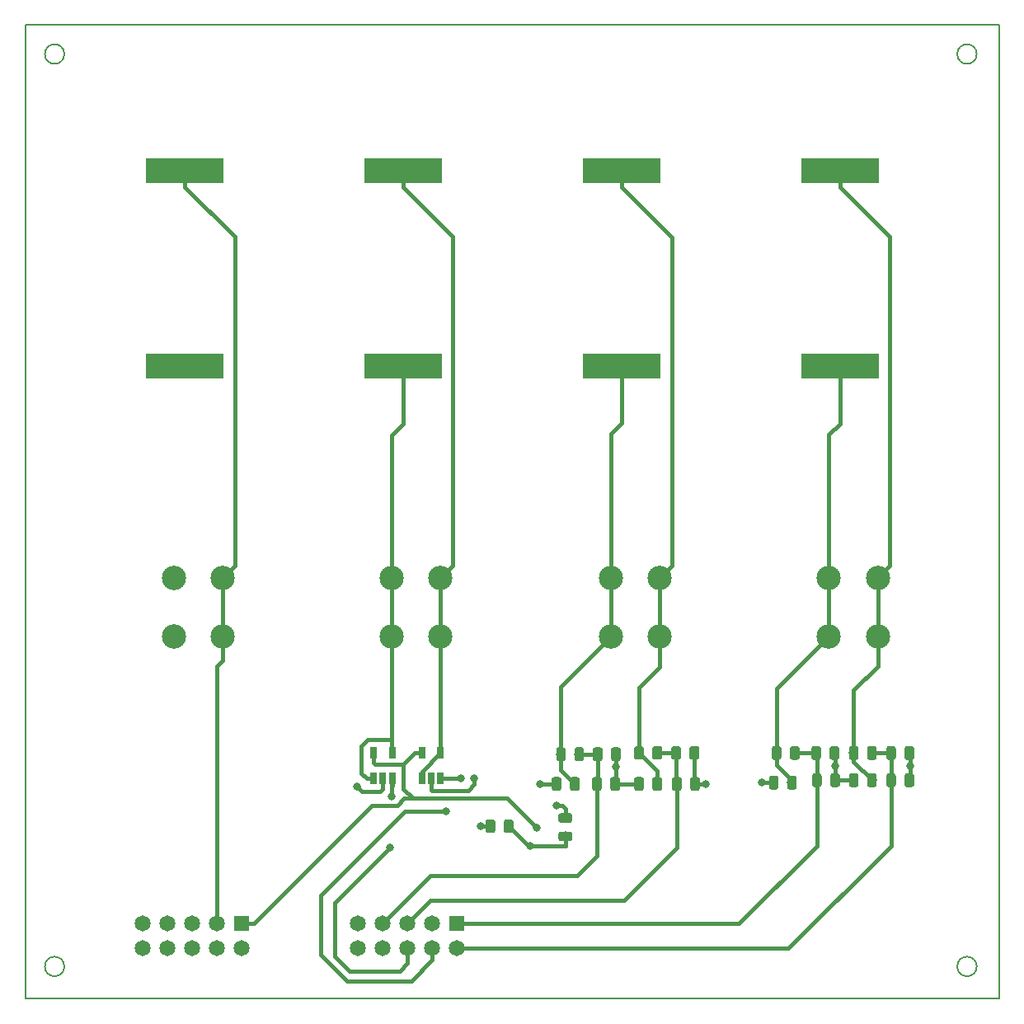
<source format=gbr>
%TF.GenerationSoftware,KiCad,Pcbnew,(5.0.0)*%
%TF.CreationDate,2020-03-23T14:18:08+01:00*%
%TF.ProjectId,Schaltplan_Modul1,536368616C74706C616E5F4D6F64756C,rev?*%
%TF.SameCoordinates,Original*%
%TF.FileFunction,Copper,L1,Top,Signal*%
%TF.FilePolarity,Positive*%
%FSLAX46Y46*%
G04 Gerber Fmt 4.6, Leading zero omitted, Abs format (unit mm)*
G04 Created by KiCad (PCBNEW (5.0.0)) date 03/23/20 14:18:08*
%MOMM*%
%LPD*%
G01*
G04 APERTURE LIST*
%TA.AperFunction,NonConductor*%
%ADD10C,0.200000*%
%TD*%
%TA.AperFunction,ComponentPad*%
%ADD11R,1.650000X1.650000*%
%TD*%
%TA.AperFunction,ComponentPad*%
%ADD12C,1.650000*%
%TD*%
%TA.AperFunction,ComponentPad*%
%ADD13C,2.500000*%
%TD*%
%TA.AperFunction,Conductor*%
%ADD14C,0.150000*%
%TD*%
%TA.AperFunction,SMDPad,CuDef*%
%ADD15C,0.975000*%
%TD*%
%TA.AperFunction,ComponentPad*%
%ADD16R,8.000000X2.500000*%
%TD*%
%TA.AperFunction,SMDPad,CuDef*%
%ADD17R,0.650000X1.220000*%
%TD*%
%TA.AperFunction,ViaPad*%
%ADD18C,0.800000*%
%TD*%
%TA.AperFunction,Conductor*%
%ADD19C,0.400000*%
%TD*%
G04 APERTURE END LIST*
D10*
X197695000Y-146695000D02*
G75*
G03X197695000Y-146695000I-1000000J0D01*
G01*
X197695000Y-53000000D02*
G75*
G03X197695000Y-53000000I-1000000J0D01*
G01*
X104000000Y-53000000D02*
G75*
G03X104000000Y-53000000I-1000000J0D01*
G01*
X104000000Y-146695000D02*
G75*
G03X104000000Y-146695000I-1000000J0D01*
G01*
X100000000Y-150000000D02*
X200000000Y-150000000D01*
X100000000Y-50000000D02*
X100000000Y-150000000D01*
X200000000Y-50000000D02*
X200000000Y-150000000D01*
X100000000Y-50000000D02*
X200000000Y-50000000D01*
D11*
%TO.P,J3,1*%
%TO.N,+3V3*%
X122230000Y-142310000D03*
D12*
%TO.P,J3,2*%
%TO.N,GND*%
X122230000Y-144850000D03*
%TO.P,J3,3*%
%TO.N,+5V*%
X119690000Y-142310000D03*
%TO.P,J3,4*%
%TO.N,/VSPI_CLK*%
X119690000Y-144850000D03*
%TO.P,J3,5*%
%TO.N,/SCL*%
X117150000Y-142310000D03*
%TO.P,J3,6*%
%TO.N,/VSPI_MOSI*%
X117150000Y-144850000D03*
%TO.P,J3,7*%
%TO.N,/SDA*%
X114610000Y-142310000D03*
%TO.P,J3,8*%
%TO.N,/VSPI_MISO*%
X114610000Y-144850000D03*
%TO.P,J3,9*%
%TO.N,Net-(J3-Pad9)*%
X112070000Y-142310000D03*
%TO.P,J3,10*%
%TO.N,/VSPI_CS*%
X112070000Y-144850000D03*
%TD*%
D11*
%TO.P,J1,1*%
%TO.N,/IO34*%
X144304000Y-142310000D03*
D12*
%TO.P,J1,2*%
%TO.N,/IO33*%
X144304000Y-144850000D03*
%TO.P,J1,3*%
%TO.N,/IO35*%
X141764000Y-142310000D03*
%TO.P,J1,4*%
%TO.N,/IO25*%
X141764000Y-144850000D03*
%TO.P,J1,5*%
%TO.N,/IO36*%
X139224000Y-142310000D03*
%TO.P,J1,6*%
%TO.N,/IO26*%
X139224000Y-144850000D03*
%TO.P,J1,7*%
%TO.N,/IO39*%
X136684000Y-142310000D03*
%TO.P,J1,8*%
%TO.N,Net-(J1-Pad8)*%
X136684000Y-144850000D03*
%TO.P,J1,9*%
%TO.N,N/C*%
X134144000Y-142310000D03*
%TO.P,J1,10*%
X134144000Y-144850000D03*
%TD*%
D13*
%TO.P,J2,1*%
%TO.N,Net-(J2-Pad1)*%
X142604998Y-106800000D03*
%TO.P,J2,2*%
%TO.N,Net-(J2-Pad2)*%
X137604998Y-106800000D03*
%TO.P,J2,1*%
%TO.N,Net-(J2-Pad1)*%
X142604998Y-112800000D03*
%TO.P,J2,2*%
%TO.N,Net-(J2-Pad2)*%
X137604998Y-112800000D03*
%TD*%
D14*
%TO.N,GND*%
%TO.C,C1*%
G36*
X191042642Y-126867174D02*
X191066303Y-126870684D01*
X191089507Y-126876496D01*
X191112029Y-126884554D01*
X191133653Y-126894782D01*
X191154170Y-126907079D01*
X191173383Y-126921329D01*
X191191107Y-126937393D01*
X191207171Y-126955117D01*
X191221421Y-126974330D01*
X191233718Y-126994847D01*
X191243946Y-127016471D01*
X191252004Y-127038993D01*
X191257816Y-127062197D01*
X191261326Y-127085858D01*
X191262500Y-127109750D01*
X191262500Y-128022250D01*
X191261326Y-128046142D01*
X191257816Y-128069803D01*
X191252004Y-128093007D01*
X191243946Y-128115529D01*
X191233718Y-128137153D01*
X191221421Y-128157670D01*
X191207171Y-128176883D01*
X191191107Y-128194607D01*
X191173383Y-128210671D01*
X191154170Y-128224921D01*
X191133653Y-128237218D01*
X191112029Y-128247446D01*
X191089507Y-128255504D01*
X191066303Y-128261316D01*
X191042642Y-128264826D01*
X191018750Y-128266000D01*
X190531250Y-128266000D01*
X190507358Y-128264826D01*
X190483697Y-128261316D01*
X190460493Y-128255504D01*
X190437971Y-128247446D01*
X190416347Y-128237218D01*
X190395830Y-128224921D01*
X190376617Y-128210671D01*
X190358893Y-128194607D01*
X190342829Y-128176883D01*
X190328579Y-128157670D01*
X190316282Y-128137153D01*
X190306054Y-128115529D01*
X190297996Y-128093007D01*
X190292184Y-128069803D01*
X190288674Y-128046142D01*
X190287500Y-128022250D01*
X190287500Y-127109750D01*
X190288674Y-127085858D01*
X190292184Y-127062197D01*
X190297996Y-127038993D01*
X190306054Y-127016471D01*
X190316282Y-126994847D01*
X190328579Y-126974330D01*
X190342829Y-126955117D01*
X190358893Y-126937393D01*
X190376617Y-126921329D01*
X190395830Y-126907079D01*
X190416347Y-126894782D01*
X190437971Y-126884554D01*
X190460493Y-126876496D01*
X190483697Y-126870684D01*
X190507358Y-126867174D01*
X190531250Y-126866000D01*
X191018750Y-126866000D01*
X191042642Y-126867174D01*
X191042642Y-126867174D01*
G37*
D15*
%TD*%
%TO.P,C1,2*%
%TO.N,GND*%
X190775000Y-127566000D03*
D14*
%TO.N,/IO33*%
%TO.C,C1*%
G36*
X189167642Y-126867174D02*
X189191303Y-126870684D01*
X189214507Y-126876496D01*
X189237029Y-126884554D01*
X189258653Y-126894782D01*
X189279170Y-126907079D01*
X189298383Y-126921329D01*
X189316107Y-126937393D01*
X189332171Y-126955117D01*
X189346421Y-126974330D01*
X189358718Y-126994847D01*
X189368946Y-127016471D01*
X189377004Y-127038993D01*
X189382816Y-127062197D01*
X189386326Y-127085858D01*
X189387500Y-127109750D01*
X189387500Y-128022250D01*
X189386326Y-128046142D01*
X189382816Y-128069803D01*
X189377004Y-128093007D01*
X189368946Y-128115529D01*
X189358718Y-128137153D01*
X189346421Y-128157670D01*
X189332171Y-128176883D01*
X189316107Y-128194607D01*
X189298383Y-128210671D01*
X189279170Y-128224921D01*
X189258653Y-128237218D01*
X189237029Y-128247446D01*
X189214507Y-128255504D01*
X189191303Y-128261316D01*
X189167642Y-128264826D01*
X189143750Y-128266000D01*
X188656250Y-128266000D01*
X188632358Y-128264826D01*
X188608697Y-128261316D01*
X188585493Y-128255504D01*
X188562971Y-128247446D01*
X188541347Y-128237218D01*
X188520830Y-128224921D01*
X188501617Y-128210671D01*
X188483893Y-128194607D01*
X188467829Y-128176883D01*
X188453579Y-128157670D01*
X188441282Y-128137153D01*
X188431054Y-128115529D01*
X188422996Y-128093007D01*
X188417184Y-128069803D01*
X188413674Y-128046142D01*
X188412500Y-128022250D01*
X188412500Y-127109750D01*
X188413674Y-127085858D01*
X188417184Y-127062197D01*
X188422996Y-127038993D01*
X188431054Y-127016471D01*
X188441282Y-126994847D01*
X188453579Y-126974330D01*
X188467829Y-126955117D01*
X188483893Y-126937393D01*
X188501617Y-126921329D01*
X188520830Y-126907079D01*
X188541347Y-126894782D01*
X188562971Y-126884554D01*
X188585493Y-126876496D01*
X188608697Y-126870684D01*
X188632358Y-126867174D01*
X188656250Y-126866000D01*
X189143750Y-126866000D01*
X189167642Y-126867174D01*
X189167642Y-126867174D01*
G37*
D15*
%TD*%
%TO.P,C1,1*%
%TO.N,/IO33*%
X188900000Y-127566000D03*
D14*
%TO.N,GND*%
%TO.C,C2*%
G36*
X169040642Y-127245174D02*
X169064303Y-127248684D01*
X169087507Y-127254496D01*
X169110029Y-127262554D01*
X169131653Y-127272782D01*
X169152170Y-127285079D01*
X169171383Y-127299329D01*
X169189107Y-127315393D01*
X169205171Y-127333117D01*
X169219421Y-127352330D01*
X169231718Y-127372847D01*
X169241946Y-127394471D01*
X169250004Y-127416993D01*
X169255816Y-127440197D01*
X169259326Y-127463858D01*
X169260500Y-127487750D01*
X169260500Y-128400250D01*
X169259326Y-128424142D01*
X169255816Y-128447803D01*
X169250004Y-128471007D01*
X169241946Y-128493529D01*
X169231718Y-128515153D01*
X169219421Y-128535670D01*
X169205171Y-128554883D01*
X169189107Y-128572607D01*
X169171383Y-128588671D01*
X169152170Y-128602921D01*
X169131653Y-128615218D01*
X169110029Y-128625446D01*
X169087507Y-128633504D01*
X169064303Y-128639316D01*
X169040642Y-128642826D01*
X169016750Y-128644000D01*
X168529250Y-128644000D01*
X168505358Y-128642826D01*
X168481697Y-128639316D01*
X168458493Y-128633504D01*
X168435971Y-128625446D01*
X168414347Y-128615218D01*
X168393830Y-128602921D01*
X168374617Y-128588671D01*
X168356893Y-128572607D01*
X168340829Y-128554883D01*
X168326579Y-128535670D01*
X168314282Y-128515153D01*
X168304054Y-128493529D01*
X168295996Y-128471007D01*
X168290184Y-128447803D01*
X168286674Y-128424142D01*
X168285500Y-128400250D01*
X168285500Y-127487750D01*
X168286674Y-127463858D01*
X168290184Y-127440197D01*
X168295996Y-127416993D01*
X168304054Y-127394471D01*
X168314282Y-127372847D01*
X168326579Y-127352330D01*
X168340829Y-127333117D01*
X168356893Y-127315393D01*
X168374617Y-127299329D01*
X168393830Y-127285079D01*
X168414347Y-127272782D01*
X168435971Y-127262554D01*
X168458493Y-127254496D01*
X168481697Y-127248684D01*
X168505358Y-127245174D01*
X168529250Y-127244000D01*
X169016750Y-127244000D01*
X169040642Y-127245174D01*
X169040642Y-127245174D01*
G37*
D15*
%TD*%
%TO.P,C2,2*%
%TO.N,GND*%
X168773000Y-127944000D03*
D14*
%TO.N,/IO36*%
%TO.C,C2*%
G36*
X167165642Y-127245174D02*
X167189303Y-127248684D01*
X167212507Y-127254496D01*
X167235029Y-127262554D01*
X167256653Y-127272782D01*
X167277170Y-127285079D01*
X167296383Y-127299329D01*
X167314107Y-127315393D01*
X167330171Y-127333117D01*
X167344421Y-127352330D01*
X167356718Y-127372847D01*
X167366946Y-127394471D01*
X167375004Y-127416993D01*
X167380816Y-127440197D01*
X167384326Y-127463858D01*
X167385500Y-127487750D01*
X167385500Y-128400250D01*
X167384326Y-128424142D01*
X167380816Y-128447803D01*
X167375004Y-128471007D01*
X167366946Y-128493529D01*
X167356718Y-128515153D01*
X167344421Y-128535670D01*
X167330171Y-128554883D01*
X167314107Y-128572607D01*
X167296383Y-128588671D01*
X167277170Y-128602921D01*
X167256653Y-128615218D01*
X167235029Y-128625446D01*
X167212507Y-128633504D01*
X167189303Y-128639316D01*
X167165642Y-128642826D01*
X167141750Y-128644000D01*
X166654250Y-128644000D01*
X166630358Y-128642826D01*
X166606697Y-128639316D01*
X166583493Y-128633504D01*
X166560971Y-128625446D01*
X166539347Y-128615218D01*
X166518830Y-128602921D01*
X166499617Y-128588671D01*
X166481893Y-128572607D01*
X166465829Y-128554883D01*
X166451579Y-128535670D01*
X166439282Y-128515153D01*
X166429054Y-128493529D01*
X166420996Y-128471007D01*
X166415184Y-128447803D01*
X166411674Y-128424142D01*
X166410500Y-128400250D01*
X166410500Y-127487750D01*
X166411674Y-127463858D01*
X166415184Y-127440197D01*
X166420996Y-127416993D01*
X166429054Y-127394471D01*
X166439282Y-127372847D01*
X166451579Y-127352330D01*
X166465829Y-127333117D01*
X166481893Y-127315393D01*
X166499617Y-127299329D01*
X166518830Y-127285079D01*
X166539347Y-127272782D01*
X166560971Y-127262554D01*
X166583493Y-127254496D01*
X166606697Y-127248684D01*
X166630358Y-127245174D01*
X166654250Y-127244000D01*
X167141750Y-127244000D01*
X167165642Y-127245174D01*
X167165642Y-127245174D01*
G37*
D15*
%TD*%
%TO.P,C2,1*%
%TO.N,/IO36*%
X166898000Y-127944000D03*
D14*
%TO.N,GND*%
%TO.C,C9*%
G36*
X177102642Y-127121174D02*
X177126303Y-127124684D01*
X177149507Y-127130496D01*
X177172029Y-127138554D01*
X177193653Y-127148782D01*
X177214170Y-127161079D01*
X177233383Y-127175329D01*
X177251107Y-127191393D01*
X177267171Y-127209117D01*
X177281421Y-127228330D01*
X177293718Y-127248847D01*
X177303946Y-127270471D01*
X177312004Y-127292993D01*
X177317816Y-127316197D01*
X177321326Y-127339858D01*
X177322500Y-127363750D01*
X177322500Y-128276250D01*
X177321326Y-128300142D01*
X177317816Y-128323803D01*
X177312004Y-128347007D01*
X177303946Y-128369529D01*
X177293718Y-128391153D01*
X177281421Y-128411670D01*
X177267171Y-128430883D01*
X177251107Y-128448607D01*
X177233383Y-128464671D01*
X177214170Y-128478921D01*
X177193653Y-128491218D01*
X177172029Y-128501446D01*
X177149507Y-128509504D01*
X177126303Y-128515316D01*
X177102642Y-128518826D01*
X177078750Y-128520000D01*
X176591250Y-128520000D01*
X176567358Y-128518826D01*
X176543697Y-128515316D01*
X176520493Y-128509504D01*
X176497971Y-128501446D01*
X176476347Y-128491218D01*
X176455830Y-128478921D01*
X176436617Y-128464671D01*
X176418893Y-128448607D01*
X176402829Y-128430883D01*
X176388579Y-128411670D01*
X176376282Y-128391153D01*
X176366054Y-128369529D01*
X176357996Y-128347007D01*
X176352184Y-128323803D01*
X176348674Y-128300142D01*
X176347500Y-128276250D01*
X176347500Y-127363750D01*
X176348674Y-127339858D01*
X176352184Y-127316197D01*
X176357996Y-127292993D01*
X176366054Y-127270471D01*
X176376282Y-127248847D01*
X176388579Y-127228330D01*
X176402829Y-127209117D01*
X176418893Y-127191393D01*
X176436617Y-127175329D01*
X176455830Y-127161079D01*
X176476347Y-127148782D01*
X176497971Y-127138554D01*
X176520493Y-127130496D01*
X176543697Y-127124684D01*
X176567358Y-127121174D01*
X176591250Y-127120000D01*
X177078750Y-127120000D01*
X177102642Y-127121174D01*
X177102642Y-127121174D01*
G37*
D15*
%TD*%
%TO.P,C9,2*%
%TO.N,GND*%
X176835000Y-127820000D03*
D14*
%TO.N,Net-(C9-Pad1)*%
%TO.C,C9*%
G36*
X178977642Y-127121174D02*
X179001303Y-127124684D01*
X179024507Y-127130496D01*
X179047029Y-127138554D01*
X179068653Y-127148782D01*
X179089170Y-127161079D01*
X179108383Y-127175329D01*
X179126107Y-127191393D01*
X179142171Y-127209117D01*
X179156421Y-127228330D01*
X179168718Y-127248847D01*
X179178946Y-127270471D01*
X179187004Y-127292993D01*
X179192816Y-127316197D01*
X179196326Y-127339858D01*
X179197500Y-127363750D01*
X179197500Y-128276250D01*
X179196326Y-128300142D01*
X179192816Y-128323803D01*
X179187004Y-128347007D01*
X179178946Y-128369529D01*
X179168718Y-128391153D01*
X179156421Y-128411670D01*
X179142171Y-128430883D01*
X179126107Y-128448607D01*
X179108383Y-128464671D01*
X179089170Y-128478921D01*
X179068653Y-128491218D01*
X179047029Y-128501446D01*
X179024507Y-128509504D01*
X179001303Y-128515316D01*
X178977642Y-128518826D01*
X178953750Y-128520000D01*
X178466250Y-128520000D01*
X178442358Y-128518826D01*
X178418697Y-128515316D01*
X178395493Y-128509504D01*
X178372971Y-128501446D01*
X178351347Y-128491218D01*
X178330830Y-128478921D01*
X178311617Y-128464671D01*
X178293893Y-128448607D01*
X178277829Y-128430883D01*
X178263579Y-128411670D01*
X178251282Y-128391153D01*
X178241054Y-128369529D01*
X178232996Y-128347007D01*
X178227184Y-128323803D01*
X178223674Y-128300142D01*
X178222500Y-128276250D01*
X178222500Y-127363750D01*
X178223674Y-127339858D01*
X178227184Y-127316197D01*
X178232996Y-127292993D01*
X178241054Y-127270471D01*
X178251282Y-127248847D01*
X178263579Y-127228330D01*
X178277829Y-127209117D01*
X178293893Y-127191393D01*
X178311617Y-127175329D01*
X178330830Y-127161079D01*
X178351347Y-127148782D01*
X178372971Y-127138554D01*
X178395493Y-127130496D01*
X178418697Y-127124684D01*
X178442358Y-127121174D01*
X178466250Y-127120000D01*
X178953750Y-127120000D01*
X178977642Y-127121174D01*
X178977642Y-127121174D01*
G37*
D15*
%TD*%
%TO.P,C9,1*%
%TO.N,Net-(C9-Pad1)*%
X178710000Y-127820000D03*
D14*
%TO.N,GND*%
%TO.C,C8*%
G36*
X154816642Y-127245174D02*
X154840303Y-127248684D01*
X154863507Y-127254496D01*
X154886029Y-127262554D01*
X154907653Y-127272782D01*
X154928170Y-127285079D01*
X154947383Y-127299329D01*
X154965107Y-127315393D01*
X154981171Y-127333117D01*
X154995421Y-127352330D01*
X155007718Y-127372847D01*
X155017946Y-127394471D01*
X155026004Y-127416993D01*
X155031816Y-127440197D01*
X155035326Y-127463858D01*
X155036500Y-127487750D01*
X155036500Y-128400250D01*
X155035326Y-128424142D01*
X155031816Y-128447803D01*
X155026004Y-128471007D01*
X155017946Y-128493529D01*
X155007718Y-128515153D01*
X154995421Y-128535670D01*
X154981171Y-128554883D01*
X154965107Y-128572607D01*
X154947383Y-128588671D01*
X154928170Y-128602921D01*
X154907653Y-128615218D01*
X154886029Y-128625446D01*
X154863507Y-128633504D01*
X154840303Y-128639316D01*
X154816642Y-128642826D01*
X154792750Y-128644000D01*
X154305250Y-128644000D01*
X154281358Y-128642826D01*
X154257697Y-128639316D01*
X154234493Y-128633504D01*
X154211971Y-128625446D01*
X154190347Y-128615218D01*
X154169830Y-128602921D01*
X154150617Y-128588671D01*
X154132893Y-128572607D01*
X154116829Y-128554883D01*
X154102579Y-128535670D01*
X154090282Y-128515153D01*
X154080054Y-128493529D01*
X154071996Y-128471007D01*
X154066184Y-128447803D01*
X154062674Y-128424142D01*
X154061500Y-128400250D01*
X154061500Y-127487750D01*
X154062674Y-127463858D01*
X154066184Y-127440197D01*
X154071996Y-127416993D01*
X154080054Y-127394471D01*
X154090282Y-127372847D01*
X154102579Y-127352330D01*
X154116829Y-127333117D01*
X154132893Y-127315393D01*
X154150617Y-127299329D01*
X154169830Y-127285079D01*
X154190347Y-127272782D01*
X154211971Y-127262554D01*
X154234493Y-127254496D01*
X154257697Y-127248684D01*
X154281358Y-127245174D01*
X154305250Y-127244000D01*
X154792750Y-127244000D01*
X154816642Y-127245174D01*
X154816642Y-127245174D01*
G37*
D15*
%TD*%
%TO.P,C8,2*%
%TO.N,GND*%
X154549000Y-127944000D03*
D14*
%TO.N,Net-(C8-Pad1)*%
%TO.C,C8*%
G36*
X156691642Y-127245174D02*
X156715303Y-127248684D01*
X156738507Y-127254496D01*
X156761029Y-127262554D01*
X156782653Y-127272782D01*
X156803170Y-127285079D01*
X156822383Y-127299329D01*
X156840107Y-127315393D01*
X156856171Y-127333117D01*
X156870421Y-127352330D01*
X156882718Y-127372847D01*
X156892946Y-127394471D01*
X156901004Y-127416993D01*
X156906816Y-127440197D01*
X156910326Y-127463858D01*
X156911500Y-127487750D01*
X156911500Y-128400250D01*
X156910326Y-128424142D01*
X156906816Y-128447803D01*
X156901004Y-128471007D01*
X156892946Y-128493529D01*
X156882718Y-128515153D01*
X156870421Y-128535670D01*
X156856171Y-128554883D01*
X156840107Y-128572607D01*
X156822383Y-128588671D01*
X156803170Y-128602921D01*
X156782653Y-128615218D01*
X156761029Y-128625446D01*
X156738507Y-128633504D01*
X156715303Y-128639316D01*
X156691642Y-128642826D01*
X156667750Y-128644000D01*
X156180250Y-128644000D01*
X156156358Y-128642826D01*
X156132697Y-128639316D01*
X156109493Y-128633504D01*
X156086971Y-128625446D01*
X156065347Y-128615218D01*
X156044830Y-128602921D01*
X156025617Y-128588671D01*
X156007893Y-128572607D01*
X155991829Y-128554883D01*
X155977579Y-128535670D01*
X155965282Y-128515153D01*
X155955054Y-128493529D01*
X155946996Y-128471007D01*
X155941184Y-128447803D01*
X155937674Y-128424142D01*
X155936500Y-128400250D01*
X155936500Y-127487750D01*
X155937674Y-127463858D01*
X155941184Y-127440197D01*
X155946996Y-127416993D01*
X155955054Y-127394471D01*
X155965282Y-127372847D01*
X155977579Y-127352330D01*
X155991829Y-127333117D01*
X156007893Y-127315393D01*
X156025617Y-127299329D01*
X156044830Y-127285079D01*
X156065347Y-127272782D01*
X156086971Y-127262554D01*
X156109493Y-127254496D01*
X156132697Y-127248684D01*
X156156358Y-127245174D01*
X156180250Y-127244000D01*
X156667750Y-127244000D01*
X156691642Y-127245174D01*
X156691642Y-127245174D01*
G37*
D15*
%TD*%
%TO.P,C8,1*%
%TO.N,Net-(C8-Pad1)*%
X156424000Y-127944000D03*
D14*
%TO.N,GND*%
%TO.C,C7*%
G36*
X183422642Y-126867174D02*
X183446303Y-126870684D01*
X183469507Y-126876496D01*
X183492029Y-126884554D01*
X183513653Y-126894782D01*
X183534170Y-126907079D01*
X183553383Y-126921329D01*
X183571107Y-126937393D01*
X183587171Y-126955117D01*
X183601421Y-126974330D01*
X183613718Y-126994847D01*
X183623946Y-127016471D01*
X183632004Y-127038993D01*
X183637816Y-127062197D01*
X183641326Y-127085858D01*
X183642500Y-127109750D01*
X183642500Y-128022250D01*
X183641326Y-128046142D01*
X183637816Y-128069803D01*
X183632004Y-128093007D01*
X183623946Y-128115529D01*
X183613718Y-128137153D01*
X183601421Y-128157670D01*
X183587171Y-128176883D01*
X183571107Y-128194607D01*
X183553383Y-128210671D01*
X183534170Y-128224921D01*
X183513653Y-128237218D01*
X183492029Y-128247446D01*
X183469507Y-128255504D01*
X183446303Y-128261316D01*
X183422642Y-128264826D01*
X183398750Y-128266000D01*
X182911250Y-128266000D01*
X182887358Y-128264826D01*
X182863697Y-128261316D01*
X182840493Y-128255504D01*
X182817971Y-128247446D01*
X182796347Y-128237218D01*
X182775830Y-128224921D01*
X182756617Y-128210671D01*
X182738893Y-128194607D01*
X182722829Y-128176883D01*
X182708579Y-128157670D01*
X182696282Y-128137153D01*
X182686054Y-128115529D01*
X182677996Y-128093007D01*
X182672184Y-128069803D01*
X182668674Y-128046142D01*
X182667500Y-128022250D01*
X182667500Y-127109750D01*
X182668674Y-127085858D01*
X182672184Y-127062197D01*
X182677996Y-127038993D01*
X182686054Y-127016471D01*
X182696282Y-126994847D01*
X182708579Y-126974330D01*
X182722829Y-126955117D01*
X182738893Y-126937393D01*
X182756617Y-126921329D01*
X182775830Y-126907079D01*
X182796347Y-126894782D01*
X182817971Y-126884554D01*
X182840493Y-126876496D01*
X182863697Y-126870684D01*
X182887358Y-126867174D01*
X182911250Y-126866000D01*
X183398750Y-126866000D01*
X183422642Y-126867174D01*
X183422642Y-126867174D01*
G37*
D15*
%TD*%
%TO.P,C7,2*%
%TO.N,GND*%
X183155000Y-127566000D03*
D14*
%TO.N,/IO34*%
%TO.C,C7*%
G36*
X181547642Y-126867174D02*
X181571303Y-126870684D01*
X181594507Y-126876496D01*
X181617029Y-126884554D01*
X181638653Y-126894782D01*
X181659170Y-126907079D01*
X181678383Y-126921329D01*
X181696107Y-126937393D01*
X181712171Y-126955117D01*
X181726421Y-126974330D01*
X181738718Y-126994847D01*
X181748946Y-127016471D01*
X181757004Y-127038993D01*
X181762816Y-127062197D01*
X181766326Y-127085858D01*
X181767500Y-127109750D01*
X181767500Y-128022250D01*
X181766326Y-128046142D01*
X181762816Y-128069803D01*
X181757004Y-128093007D01*
X181748946Y-128115529D01*
X181738718Y-128137153D01*
X181726421Y-128157670D01*
X181712171Y-128176883D01*
X181696107Y-128194607D01*
X181678383Y-128210671D01*
X181659170Y-128224921D01*
X181638653Y-128237218D01*
X181617029Y-128247446D01*
X181594507Y-128255504D01*
X181571303Y-128261316D01*
X181547642Y-128264826D01*
X181523750Y-128266000D01*
X181036250Y-128266000D01*
X181012358Y-128264826D01*
X180988697Y-128261316D01*
X180965493Y-128255504D01*
X180942971Y-128247446D01*
X180921347Y-128237218D01*
X180900830Y-128224921D01*
X180881617Y-128210671D01*
X180863893Y-128194607D01*
X180847829Y-128176883D01*
X180833579Y-128157670D01*
X180821282Y-128137153D01*
X180811054Y-128115529D01*
X180802996Y-128093007D01*
X180797184Y-128069803D01*
X180793674Y-128046142D01*
X180792500Y-128022250D01*
X180792500Y-127109750D01*
X180793674Y-127085858D01*
X180797184Y-127062197D01*
X180802996Y-127038993D01*
X180811054Y-127016471D01*
X180821282Y-126994847D01*
X180833579Y-126974330D01*
X180847829Y-126955117D01*
X180863893Y-126937393D01*
X180881617Y-126921329D01*
X180900830Y-126907079D01*
X180921347Y-126894782D01*
X180942971Y-126884554D01*
X180965493Y-126876496D01*
X180988697Y-126870684D01*
X181012358Y-126867174D01*
X181036250Y-126866000D01*
X181523750Y-126866000D01*
X181547642Y-126867174D01*
X181547642Y-126867174D01*
G37*
D15*
%TD*%
%TO.P,C7,1*%
%TO.N,/IO34*%
X181280000Y-127566000D03*
D14*
%TO.N,GND*%
%TO.C,C6*%
G36*
X160834142Y-127245174D02*
X160857803Y-127248684D01*
X160881007Y-127254496D01*
X160903529Y-127262554D01*
X160925153Y-127272782D01*
X160945670Y-127285079D01*
X160964883Y-127299329D01*
X160982607Y-127315393D01*
X160998671Y-127333117D01*
X161012921Y-127352330D01*
X161025218Y-127372847D01*
X161035446Y-127394471D01*
X161043504Y-127416993D01*
X161049316Y-127440197D01*
X161052826Y-127463858D01*
X161054000Y-127487750D01*
X161054000Y-128400250D01*
X161052826Y-128424142D01*
X161049316Y-128447803D01*
X161043504Y-128471007D01*
X161035446Y-128493529D01*
X161025218Y-128515153D01*
X161012921Y-128535670D01*
X160998671Y-128554883D01*
X160982607Y-128572607D01*
X160964883Y-128588671D01*
X160945670Y-128602921D01*
X160925153Y-128615218D01*
X160903529Y-128625446D01*
X160881007Y-128633504D01*
X160857803Y-128639316D01*
X160834142Y-128642826D01*
X160810250Y-128644000D01*
X160322750Y-128644000D01*
X160298858Y-128642826D01*
X160275197Y-128639316D01*
X160251993Y-128633504D01*
X160229471Y-128625446D01*
X160207847Y-128615218D01*
X160187330Y-128602921D01*
X160168117Y-128588671D01*
X160150393Y-128572607D01*
X160134329Y-128554883D01*
X160120079Y-128535670D01*
X160107782Y-128515153D01*
X160097554Y-128493529D01*
X160089496Y-128471007D01*
X160083684Y-128447803D01*
X160080174Y-128424142D01*
X160079000Y-128400250D01*
X160079000Y-127487750D01*
X160080174Y-127463858D01*
X160083684Y-127440197D01*
X160089496Y-127416993D01*
X160097554Y-127394471D01*
X160107782Y-127372847D01*
X160120079Y-127352330D01*
X160134329Y-127333117D01*
X160150393Y-127315393D01*
X160168117Y-127299329D01*
X160187330Y-127285079D01*
X160207847Y-127272782D01*
X160229471Y-127262554D01*
X160251993Y-127254496D01*
X160275197Y-127248684D01*
X160298858Y-127245174D01*
X160322750Y-127244000D01*
X160810250Y-127244000D01*
X160834142Y-127245174D01*
X160834142Y-127245174D01*
G37*
D15*
%TD*%
%TO.P,C6,2*%
%TO.N,GND*%
X160566500Y-127944000D03*
D14*
%TO.N,/IO39*%
%TO.C,C6*%
G36*
X158959142Y-127245174D02*
X158982803Y-127248684D01*
X159006007Y-127254496D01*
X159028529Y-127262554D01*
X159050153Y-127272782D01*
X159070670Y-127285079D01*
X159089883Y-127299329D01*
X159107607Y-127315393D01*
X159123671Y-127333117D01*
X159137921Y-127352330D01*
X159150218Y-127372847D01*
X159160446Y-127394471D01*
X159168504Y-127416993D01*
X159174316Y-127440197D01*
X159177826Y-127463858D01*
X159179000Y-127487750D01*
X159179000Y-128400250D01*
X159177826Y-128424142D01*
X159174316Y-128447803D01*
X159168504Y-128471007D01*
X159160446Y-128493529D01*
X159150218Y-128515153D01*
X159137921Y-128535670D01*
X159123671Y-128554883D01*
X159107607Y-128572607D01*
X159089883Y-128588671D01*
X159070670Y-128602921D01*
X159050153Y-128615218D01*
X159028529Y-128625446D01*
X159006007Y-128633504D01*
X158982803Y-128639316D01*
X158959142Y-128642826D01*
X158935250Y-128644000D01*
X158447750Y-128644000D01*
X158423858Y-128642826D01*
X158400197Y-128639316D01*
X158376993Y-128633504D01*
X158354471Y-128625446D01*
X158332847Y-128615218D01*
X158312330Y-128602921D01*
X158293117Y-128588671D01*
X158275393Y-128572607D01*
X158259329Y-128554883D01*
X158245079Y-128535670D01*
X158232782Y-128515153D01*
X158222554Y-128493529D01*
X158214496Y-128471007D01*
X158208684Y-128447803D01*
X158205174Y-128424142D01*
X158204000Y-128400250D01*
X158204000Y-127487750D01*
X158205174Y-127463858D01*
X158208684Y-127440197D01*
X158214496Y-127416993D01*
X158222554Y-127394471D01*
X158232782Y-127372847D01*
X158245079Y-127352330D01*
X158259329Y-127333117D01*
X158275393Y-127315393D01*
X158293117Y-127299329D01*
X158312330Y-127285079D01*
X158332847Y-127272782D01*
X158354471Y-127262554D01*
X158376993Y-127254496D01*
X158400197Y-127248684D01*
X158423858Y-127245174D01*
X158447750Y-127244000D01*
X158935250Y-127244000D01*
X158959142Y-127245174D01*
X158959142Y-127245174D01*
G37*
D15*
%TD*%
%TO.P,C6,1*%
%TO.N,/IO39*%
X158691500Y-127944000D03*
D14*
%TO.N,GND*%
%TO.C,C5*%
G36*
X148019642Y-131597174D02*
X148043303Y-131600684D01*
X148066507Y-131606496D01*
X148089029Y-131614554D01*
X148110653Y-131624782D01*
X148131170Y-131637079D01*
X148150383Y-131651329D01*
X148168107Y-131667393D01*
X148184171Y-131685117D01*
X148198421Y-131704330D01*
X148210718Y-131724847D01*
X148220946Y-131746471D01*
X148229004Y-131768993D01*
X148234816Y-131792197D01*
X148238326Y-131815858D01*
X148239500Y-131839750D01*
X148239500Y-132752250D01*
X148238326Y-132776142D01*
X148234816Y-132799803D01*
X148229004Y-132823007D01*
X148220946Y-132845529D01*
X148210718Y-132867153D01*
X148198421Y-132887670D01*
X148184171Y-132906883D01*
X148168107Y-132924607D01*
X148150383Y-132940671D01*
X148131170Y-132954921D01*
X148110653Y-132967218D01*
X148089029Y-132977446D01*
X148066507Y-132985504D01*
X148043303Y-132991316D01*
X148019642Y-132994826D01*
X147995750Y-132996000D01*
X147508250Y-132996000D01*
X147484358Y-132994826D01*
X147460697Y-132991316D01*
X147437493Y-132985504D01*
X147414971Y-132977446D01*
X147393347Y-132967218D01*
X147372830Y-132954921D01*
X147353617Y-132940671D01*
X147335893Y-132924607D01*
X147319829Y-132906883D01*
X147305579Y-132887670D01*
X147293282Y-132867153D01*
X147283054Y-132845529D01*
X147274996Y-132823007D01*
X147269184Y-132799803D01*
X147265674Y-132776142D01*
X147264500Y-132752250D01*
X147264500Y-131839750D01*
X147265674Y-131815858D01*
X147269184Y-131792197D01*
X147274996Y-131768993D01*
X147283054Y-131746471D01*
X147293282Y-131724847D01*
X147305579Y-131704330D01*
X147319829Y-131685117D01*
X147335893Y-131667393D01*
X147353617Y-131651329D01*
X147372830Y-131637079D01*
X147393347Y-131624782D01*
X147414971Y-131614554D01*
X147437493Y-131606496D01*
X147460697Y-131600684D01*
X147484358Y-131597174D01*
X147508250Y-131596000D01*
X147995750Y-131596000D01*
X148019642Y-131597174D01*
X148019642Y-131597174D01*
G37*
D15*
%TD*%
%TO.P,C5,2*%
%TO.N,GND*%
X147752000Y-132296000D03*
D14*
%TO.N,/IO35*%
%TO.C,C5*%
G36*
X149894642Y-131597174D02*
X149918303Y-131600684D01*
X149941507Y-131606496D01*
X149964029Y-131614554D01*
X149985653Y-131624782D01*
X150006170Y-131637079D01*
X150025383Y-131651329D01*
X150043107Y-131667393D01*
X150059171Y-131685117D01*
X150073421Y-131704330D01*
X150085718Y-131724847D01*
X150095946Y-131746471D01*
X150104004Y-131768993D01*
X150109816Y-131792197D01*
X150113326Y-131815858D01*
X150114500Y-131839750D01*
X150114500Y-132752250D01*
X150113326Y-132776142D01*
X150109816Y-132799803D01*
X150104004Y-132823007D01*
X150095946Y-132845529D01*
X150085718Y-132867153D01*
X150073421Y-132887670D01*
X150059171Y-132906883D01*
X150043107Y-132924607D01*
X150025383Y-132940671D01*
X150006170Y-132954921D01*
X149985653Y-132967218D01*
X149964029Y-132977446D01*
X149941507Y-132985504D01*
X149918303Y-132991316D01*
X149894642Y-132994826D01*
X149870750Y-132996000D01*
X149383250Y-132996000D01*
X149359358Y-132994826D01*
X149335697Y-132991316D01*
X149312493Y-132985504D01*
X149289971Y-132977446D01*
X149268347Y-132967218D01*
X149247830Y-132954921D01*
X149228617Y-132940671D01*
X149210893Y-132924607D01*
X149194829Y-132906883D01*
X149180579Y-132887670D01*
X149168282Y-132867153D01*
X149158054Y-132845529D01*
X149149996Y-132823007D01*
X149144184Y-132799803D01*
X149140674Y-132776142D01*
X149139500Y-132752250D01*
X149139500Y-131839750D01*
X149140674Y-131815858D01*
X149144184Y-131792197D01*
X149149996Y-131768993D01*
X149158054Y-131746471D01*
X149168282Y-131724847D01*
X149180579Y-131704330D01*
X149194829Y-131685117D01*
X149210893Y-131667393D01*
X149228617Y-131651329D01*
X149247830Y-131637079D01*
X149268347Y-131624782D01*
X149289971Y-131614554D01*
X149312493Y-131606496D01*
X149335697Y-131600684D01*
X149359358Y-131597174D01*
X149383250Y-131596000D01*
X149870750Y-131596000D01*
X149894642Y-131597174D01*
X149894642Y-131597174D01*
G37*
D15*
%TD*%
%TO.P,C5,1*%
%TO.N,/IO35*%
X149627000Y-132296000D03*
D14*
%TO.N,GND*%
%TO.C,C4*%
G36*
X163277142Y-127245174D02*
X163300803Y-127248684D01*
X163324007Y-127254496D01*
X163346529Y-127262554D01*
X163368153Y-127272782D01*
X163388670Y-127285079D01*
X163407883Y-127299329D01*
X163425607Y-127315393D01*
X163441671Y-127333117D01*
X163455921Y-127352330D01*
X163468218Y-127372847D01*
X163478446Y-127394471D01*
X163486504Y-127416993D01*
X163492316Y-127440197D01*
X163495826Y-127463858D01*
X163497000Y-127487750D01*
X163497000Y-128400250D01*
X163495826Y-128424142D01*
X163492316Y-128447803D01*
X163486504Y-128471007D01*
X163478446Y-128493529D01*
X163468218Y-128515153D01*
X163455921Y-128535670D01*
X163441671Y-128554883D01*
X163425607Y-128572607D01*
X163407883Y-128588671D01*
X163388670Y-128602921D01*
X163368153Y-128615218D01*
X163346529Y-128625446D01*
X163324007Y-128633504D01*
X163300803Y-128639316D01*
X163277142Y-128642826D01*
X163253250Y-128644000D01*
X162765750Y-128644000D01*
X162741858Y-128642826D01*
X162718197Y-128639316D01*
X162694993Y-128633504D01*
X162672471Y-128625446D01*
X162650847Y-128615218D01*
X162630330Y-128602921D01*
X162611117Y-128588671D01*
X162593393Y-128572607D01*
X162577329Y-128554883D01*
X162563079Y-128535670D01*
X162550782Y-128515153D01*
X162540554Y-128493529D01*
X162532496Y-128471007D01*
X162526684Y-128447803D01*
X162523174Y-128424142D01*
X162522000Y-128400250D01*
X162522000Y-127487750D01*
X162523174Y-127463858D01*
X162526684Y-127440197D01*
X162532496Y-127416993D01*
X162540554Y-127394471D01*
X162550782Y-127372847D01*
X162563079Y-127352330D01*
X162577329Y-127333117D01*
X162593393Y-127315393D01*
X162611117Y-127299329D01*
X162630330Y-127285079D01*
X162650847Y-127272782D01*
X162672471Y-127262554D01*
X162694993Y-127254496D01*
X162718197Y-127248684D01*
X162741858Y-127245174D01*
X162765750Y-127244000D01*
X163253250Y-127244000D01*
X163277142Y-127245174D01*
X163277142Y-127245174D01*
G37*
D15*
%TD*%
%TO.P,C4,2*%
%TO.N,GND*%
X163009500Y-127944000D03*
D14*
%TO.N,Net-(C4-Pad1)*%
%TO.C,C4*%
G36*
X165152142Y-127245174D02*
X165175803Y-127248684D01*
X165199007Y-127254496D01*
X165221529Y-127262554D01*
X165243153Y-127272782D01*
X165263670Y-127285079D01*
X165282883Y-127299329D01*
X165300607Y-127315393D01*
X165316671Y-127333117D01*
X165330921Y-127352330D01*
X165343218Y-127372847D01*
X165353446Y-127394471D01*
X165361504Y-127416993D01*
X165367316Y-127440197D01*
X165370826Y-127463858D01*
X165372000Y-127487750D01*
X165372000Y-128400250D01*
X165370826Y-128424142D01*
X165367316Y-128447803D01*
X165361504Y-128471007D01*
X165353446Y-128493529D01*
X165343218Y-128515153D01*
X165330921Y-128535670D01*
X165316671Y-128554883D01*
X165300607Y-128572607D01*
X165282883Y-128588671D01*
X165263670Y-128602921D01*
X165243153Y-128615218D01*
X165221529Y-128625446D01*
X165199007Y-128633504D01*
X165175803Y-128639316D01*
X165152142Y-128642826D01*
X165128250Y-128644000D01*
X164640750Y-128644000D01*
X164616858Y-128642826D01*
X164593197Y-128639316D01*
X164569993Y-128633504D01*
X164547471Y-128625446D01*
X164525847Y-128615218D01*
X164505330Y-128602921D01*
X164486117Y-128588671D01*
X164468393Y-128572607D01*
X164452329Y-128554883D01*
X164438079Y-128535670D01*
X164425782Y-128515153D01*
X164415554Y-128493529D01*
X164407496Y-128471007D01*
X164401684Y-128447803D01*
X164398174Y-128424142D01*
X164397000Y-128400250D01*
X164397000Y-127487750D01*
X164398174Y-127463858D01*
X164401684Y-127440197D01*
X164407496Y-127416993D01*
X164415554Y-127394471D01*
X164425782Y-127372847D01*
X164438079Y-127352330D01*
X164452329Y-127333117D01*
X164468393Y-127315393D01*
X164486117Y-127299329D01*
X164505330Y-127285079D01*
X164525847Y-127272782D01*
X164547471Y-127262554D01*
X164569993Y-127254496D01*
X164593197Y-127248684D01*
X164616858Y-127245174D01*
X164640750Y-127244000D01*
X165128250Y-127244000D01*
X165152142Y-127245174D01*
X165152142Y-127245174D01*
G37*
D15*
%TD*%
%TO.P,C4,1*%
%TO.N,Net-(C4-Pad1)*%
X164884500Y-127944000D03*
D14*
%TO.N,GND*%
%TO.C,C3*%
G36*
X185327642Y-126867174D02*
X185351303Y-126870684D01*
X185374507Y-126876496D01*
X185397029Y-126884554D01*
X185418653Y-126894782D01*
X185439170Y-126907079D01*
X185458383Y-126921329D01*
X185476107Y-126937393D01*
X185492171Y-126955117D01*
X185506421Y-126974330D01*
X185518718Y-126994847D01*
X185528946Y-127016471D01*
X185537004Y-127038993D01*
X185542816Y-127062197D01*
X185546326Y-127085858D01*
X185547500Y-127109750D01*
X185547500Y-128022250D01*
X185546326Y-128046142D01*
X185542816Y-128069803D01*
X185537004Y-128093007D01*
X185528946Y-128115529D01*
X185518718Y-128137153D01*
X185506421Y-128157670D01*
X185492171Y-128176883D01*
X185476107Y-128194607D01*
X185458383Y-128210671D01*
X185439170Y-128224921D01*
X185418653Y-128237218D01*
X185397029Y-128247446D01*
X185374507Y-128255504D01*
X185351303Y-128261316D01*
X185327642Y-128264826D01*
X185303750Y-128266000D01*
X184816250Y-128266000D01*
X184792358Y-128264826D01*
X184768697Y-128261316D01*
X184745493Y-128255504D01*
X184722971Y-128247446D01*
X184701347Y-128237218D01*
X184680830Y-128224921D01*
X184661617Y-128210671D01*
X184643893Y-128194607D01*
X184627829Y-128176883D01*
X184613579Y-128157670D01*
X184601282Y-128137153D01*
X184591054Y-128115529D01*
X184582996Y-128093007D01*
X184577184Y-128069803D01*
X184573674Y-128046142D01*
X184572500Y-128022250D01*
X184572500Y-127109750D01*
X184573674Y-127085858D01*
X184577184Y-127062197D01*
X184582996Y-127038993D01*
X184591054Y-127016471D01*
X184601282Y-126994847D01*
X184613579Y-126974330D01*
X184627829Y-126955117D01*
X184643893Y-126937393D01*
X184661617Y-126921329D01*
X184680830Y-126907079D01*
X184701347Y-126894782D01*
X184722971Y-126884554D01*
X184745493Y-126876496D01*
X184768697Y-126870684D01*
X184792358Y-126867174D01*
X184816250Y-126866000D01*
X185303750Y-126866000D01*
X185327642Y-126867174D01*
X185327642Y-126867174D01*
G37*
D15*
%TD*%
%TO.P,C3,2*%
%TO.N,GND*%
X185060000Y-127566000D03*
D14*
%TO.N,Net-(C3-Pad1)*%
%TO.C,C3*%
G36*
X187202642Y-126867174D02*
X187226303Y-126870684D01*
X187249507Y-126876496D01*
X187272029Y-126884554D01*
X187293653Y-126894782D01*
X187314170Y-126907079D01*
X187333383Y-126921329D01*
X187351107Y-126937393D01*
X187367171Y-126955117D01*
X187381421Y-126974330D01*
X187393718Y-126994847D01*
X187403946Y-127016471D01*
X187412004Y-127038993D01*
X187417816Y-127062197D01*
X187421326Y-127085858D01*
X187422500Y-127109750D01*
X187422500Y-128022250D01*
X187421326Y-128046142D01*
X187417816Y-128069803D01*
X187412004Y-128093007D01*
X187403946Y-128115529D01*
X187393718Y-128137153D01*
X187381421Y-128157670D01*
X187367171Y-128176883D01*
X187351107Y-128194607D01*
X187333383Y-128210671D01*
X187314170Y-128224921D01*
X187293653Y-128237218D01*
X187272029Y-128247446D01*
X187249507Y-128255504D01*
X187226303Y-128261316D01*
X187202642Y-128264826D01*
X187178750Y-128266000D01*
X186691250Y-128266000D01*
X186667358Y-128264826D01*
X186643697Y-128261316D01*
X186620493Y-128255504D01*
X186597971Y-128247446D01*
X186576347Y-128237218D01*
X186555830Y-128224921D01*
X186536617Y-128210671D01*
X186518893Y-128194607D01*
X186502829Y-128176883D01*
X186488579Y-128157670D01*
X186476282Y-128137153D01*
X186466054Y-128115529D01*
X186457996Y-128093007D01*
X186452184Y-128069803D01*
X186448674Y-128046142D01*
X186447500Y-128022250D01*
X186447500Y-127109750D01*
X186448674Y-127085858D01*
X186452184Y-127062197D01*
X186457996Y-127038993D01*
X186466054Y-127016471D01*
X186476282Y-126994847D01*
X186488579Y-126974330D01*
X186502829Y-126955117D01*
X186518893Y-126937393D01*
X186536617Y-126921329D01*
X186555830Y-126907079D01*
X186576347Y-126894782D01*
X186597971Y-126884554D01*
X186620493Y-126876496D01*
X186643697Y-126870684D01*
X186667358Y-126867174D01*
X186691250Y-126866000D01*
X187178750Y-126866000D01*
X187202642Y-126867174D01*
X187202642Y-126867174D01*
G37*
D15*
%TD*%
%TO.P,C3,1*%
%TO.N,Net-(C3-Pad1)*%
X186935000Y-127566000D03*
D16*
%TO.P,TP2,1*%
%TO.N,+5V*%
X116355000Y-65000000D03*
%TD*%
%TO.P,TP7,1*%
%TO.N,Net-(J2-Pad1)*%
X138785000Y-65000000D03*
%TD*%
%TO.P,TP8,1*%
%TO.N,Net-(J2-Pad2)*%
X138785000Y-85000000D03*
%TD*%
%TO.P,TP3,1*%
%TO.N,Net-(C3-Pad1)*%
X183645000Y-65000000D03*
%TD*%
%TO.P,TP6,1*%
%TO.N,Net-(C8-Pad1)*%
X161215000Y-85000000D03*
%TD*%
%TO.P,TP1,1*%
%TO.N,GND*%
X116355000Y-85000000D03*
%TD*%
%TO.P,TP5,1*%
%TO.N,Net-(C9-Pad1)*%
X183645000Y-85000000D03*
%TD*%
%TO.P,TP4,1*%
%TO.N,Net-(C4-Pad1)*%
X161215000Y-65000000D03*
%TD*%
D17*
%TO.P,U1,5*%
%TO.N,+3V3*%
X135762000Y-124782000D03*
%TO.P,U1,4*%
%TO.N,Net-(J2-Pad2)*%
X137662000Y-124782000D03*
%TO.P,U1,3*%
%TO.N,/IO26*%
X137662000Y-127402000D03*
%TO.P,U1,2*%
%TO.N,GND*%
X136712000Y-127402000D03*
%TO.P,U1,1*%
%TO.N,Net-(J2-Pad2)*%
X135762000Y-127402000D03*
%TD*%
%TO.P,U2,5*%
%TO.N,+3V3*%
X140746000Y-124782000D03*
%TO.P,U2,4*%
%TO.N,Net-(J2-Pad1)*%
X142646000Y-124782000D03*
%TO.P,U2,3*%
%TO.N,/IO25*%
X142646000Y-127402000D03*
%TO.P,U2,2*%
%TO.N,GND*%
X141696000Y-127402000D03*
%TO.P,U2,1*%
%TO.N,Net-(J2-Pad1)*%
X140746000Y-127402000D03*
%TD*%
D14*
%TO.N,/IO33*%
%TO.C,R1*%
G36*
X187202642Y-124073174D02*
X187226303Y-124076684D01*
X187249507Y-124082496D01*
X187272029Y-124090554D01*
X187293653Y-124100782D01*
X187314170Y-124113079D01*
X187333383Y-124127329D01*
X187351107Y-124143393D01*
X187367171Y-124161117D01*
X187381421Y-124180330D01*
X187393718Y-124200847D01*
X187403946Y-124222471D01*
X187412004Y-124244993D01*
X187417816Y-124268197D01*
X187421326Y-124291858D01*
X187422500Y-124315750D01*
X187422500Y-125228250D01*
X187421326Y-125252142D01*
X187417816Y-125275803D01*
X187412004Y-125299007D01*
X187403946Y-125321529D01*
X187393718Y-125343153D01*
X187381421Y-125363670D01*
X187367171Y-125382883D01*
X187351107Y-125400607D01*
X187333383Y-125416671D01*
X187314170Y-125430921D01*
X187293653Y-125443218D01*
X187272029Y-125453446D01*
X187249507Y-125461504D01*
X187226303Y-125467316D01*
X187202642Y-125470826D01*
X187178750Y-125472000D01*
X186691250Y-125472000D01*
X186667358Y-125470826D01*
X186643697Y-125467316D01*
X186620493Y-125461504D01*
X186597971Y-125453446D01*
X186576347Y-125443218D01*
X186555830Y-125430921D01*
X186536617Y-125416671D01*
X186518893Y-125400607D01*
X186502829Y-125382883D01*
X186488579Y-125363670D01*
X186476282Y-125343153D01*
X186466054Y-125321529D01*
X186457996Y-125299007D01*
X186452184Y-125275803D01*
X186448674Y-125252142D01*
X186447500Y-125228250D01*
X186447500Y-124315750D01*
X186448674Y-124291858D01*
X186452184Y-124268197D01*
X186457996Y-124244993D01*
X186466054Y-124222471D01*
X186476282Y-124200847D01*
X186488579Y-124180330D01*
X186502829Y-124161117D01*
X186518893Y-124143393D01*
X186536617Y-124127329D01*
X186555830Y-124113079D01*
X186576347Y-124100782D01*
X186597971Y-124090554D01*
X186620493Y-124082496D01*
X186643697Y-124076684D01*
X186667358Y-124073174D01*
X186691250Y-124072000D01*
X187178750Y-124072000D01*
X187202642Y-124073174D01*
X187202642Y-124073174D01*
G37*
D15*
%TD*%
%TO.P,R1,2*%
%TO.N,/IO33*%
X186935000Y-124772000D03*
D14*
%TO.N,Net-(C3-Pad1)*%
%TO.C,R1*%
G36*
X185327642Y-124073174D02*
X185351303Y-124076684D01*
X185374507Y-124082496D01*
X185397029Y-124090554D01*
X185418653Y-124100782D01*
X185439170Y-124113079D01*
X185458383Y-124127329D01*
X185476107Y-124143393D01*
X185492171Y-124161117D01*
X185506421Y-124180330D01*
X185518718Y-124200847D01*
X185528946Y-124222471D01*
X185537004Y-124244993D01*
X185542816Y-124268197D01*
X185546326Y-124291858D01*
X185547500Y-124315750D01*
X185547500Y-125228250D01*
X185546326Y-125252142D01*
X185542816Y-125275803D01*
X185537004Y-125299007D01*
X185528946Y-125321529D01*
X185518718Y-125343153D01*
X185506421Y-125363670D01*
X185492171Y-125382883D01*
X185476107Y-125400607D01*
X185458383Y-125416671D01*
X185439170Y-125430921D01*
X185418653Y-125443218D01*
X185397029Y-125453446D01*
X185374507Y-125461504D01*
X185351303Y-125467316D01*
X185327642Y-125470826D01*
X185303750Y-125472000D01*
X184816250Y-125472000D01*
X184792358Y-125470826D01*
X184768697Y-125467316D01*
X184745493Y-125461504D01*
X184722971Y-125453446D01*
X184701347Y-125443218D01*
X184680830Y-125430921D01*
X184661617Y-125416671D01*
X184643893Y-125400607D01*
X184627829Y-125382883D01*
X184613579Y-125363670D01*
X184601282Y-125343153D01*
X184591054Y-125321529D01*
X184582996Y-125299007D01*
X184577184Y-125275803D01*
X184573674Y-125252142D01*
X184572500Y-125228250D01*
X184572500Y-124315750D01*
X184573674Y-124291858D01*
X184577184Y-124268197D01*
X184582996Y-124244993D01*
X184591054Y-124222471D01*
X184601282Y-124200847D01*
X184613579Y-124180330D01*
X184627829Y-124161117D01*
X184643893Y-124143393D01*
X184661617Y-124127329D01*
X184680830Y-124113079D01*
X184701347Y-124100782D01*
X184722971Y-124090554D01*
X184745493Y-124082496D01*
X184768697Y-124076684D01*
X184792358Y-124073174D01*
X184816250Y-124072000D01*
X185303750Y-124072000D01*
X185327642Y-124073174D01*
X185327642Y-124073174D01*
G37*
D15*
%TD*%
%TO.P,R1,1*%
%TO.N,Net-(C3-Pad1)*%
X185060000Y-124772000D03*
D14*
%TO.N,GND*%
%TO.C,R2*%
G36*
X191042642Y-124073174D02*
X191066303Y-124076684D01*
X191089507Y-124082496D01*
X191112029Y-124090554D01*
X191133653Y-124100782D01*
X191154170Y-124113079D01*
X191173383Y-124127329D01*
X191191107Y-124143393D01*
X191207171Y-124161117D01*
X191221421Y-124180330D01*
X191233718Y-124200847D01*
X191243946Y-124222471D01*
X191252004Y-124244993D01*
X191257816Y-124268197D01*
X191261326Y-124291858D01*
X191262500Y-124315750D01*
X191262500Y-125228250D01*
X191261326Y-125252142D01*
X191257816Y-125275803D01*
X191252004Y-125299007D01*
X191243946Y-125321529D01*
X191233718Y-125343153D01*
X191221421Y-125363670D01*
X191207171Y-125382883D01*
X191191107Y-125400607D01*
X191173383Y-125416671D01*
X191154170Y-125430921D01*
X191133653Y-125443218D01*
X191112029Y-125453446D01*
X191089507Y-125461504D01*
X191066303Y-125467316D01*
X191042642Y-125470826D01*
X191018750Y-125472000D01*
X190531250Y-125472000D01*
X190507358Y-125470826D01*
X190483697Y-125467316D01*
X190460493Y-125461504D01*
X190437971Y-125453446D01*
X190416347Y-125443218D01*
X190395830Y-125430921D01*
X190376617Y-125416671D01*
X190358893Y-125400607D01*
X190342829Y-125382883D01*
X190328579Y-125363670D01*
X190316282Y-125343153D01*
X190306054Y-125321529D01*
X190297996Y-125299007D01*
X190292184Y-125275803D01*
X190288674Y-125252142D01*
X190287500Y-125228250D01*
X190287500Y-124315750D01*
X190288674Y-124291858D01*
X190292184Y-124268197D01*
X190297996Y-124244993D01*
X190306054Y-124222471D01*
X190316282Y-124200847D01*
X190328579Y-124180330D01*
X190342829Y-124161117D01*
X190358893Y-124143393D01*
X190376617Y-124127329D01*
X190395830Y-124113079D01*
X190416347Y-124100782D01*
X190437971Y-124090554D01*
X190460493Y-124082496D01*
X190483697Y-124076684D01*
X190507358Y-124073174D01*
X190531250Y-124072000D01*
X191018750Y-124072000D01*
X191042642Y-124073174D01*
X191042642Y-124073174D01*
G37*
D15*
%TD*%
%TO.P,R2,2*%
%TO.N,GND*%
X190775000Y-124772000D03*
D14*
%TO.N,/IO33*%
%TO.C,R2*%
G36*
X189167642Y-124073174D02*
X189191303Y-124076684D01*
X189214507Y-124082496D01*
X189237029Y-124090554D01*
X189258653Y-124100782D01*
X189279170Y-124113079D01*
X189298383Y-124127329D01*
X189316107Y-124143393D01*
X189332171Y-124161117D01*
X189346421Y-124180330D01*
X189358718Y-124200847D01*
X189368946Y-124222471D01*
X189377004Y-124244993D01*
X189382816Y-124268197D01*
X189386326Y-124291858D01*
X189387500Y-124315750D01*
X189387500Y-125228250D01*
X189386326Y-125252142D01*
X189382816Y-125275803D01*
X189377004Y-125299007D01*
X189368946Y-125321529D01*
X189358718Y-125343153D01*
X189346421Y-125363670D01*
X189332171Y-125382883D01*
X189316107Y-125400607D01*
X189298383Y-125416671D01*
X189279170Y-125430921D01*
X189258653Y-125443218D01*
X189237029Y-125453446D01*
X189214507Y-125461504D01*
X189191303Y-125467316D01*
X189167642Y-125470826D01*
X189143750Y-125472000D01*
X188656250Y-125472000D01*
X188632358Y-125470826D01*
X188608697Y-125467316D01*
X188585493Y-125461504D01*
X188562971Y-125453446D01*
X188541347Y-125443218D01*
X188520830Y-125430921D01*
X188501617Y-125416671D01*
X188483893Y-125400607D01*
X188467829Y-125382883D01*
X188453579Y-125363670D01*
X188441282Y-125343153D01*
X188431054Y-125321529D01*
X188422996Y-125299007D01*
X188417184Y-125275803D01*
X188413674Y-125252142D01*
X188412500Y-125228250D01*
X188412500Y-124315750D01*
X188413674Y-124291858D01*
X188417184Y-124268197D01*
X188422996Y-124244993D01*
X188431054Y-124222471D01*
X188441282Y-124200847D01*
X188453579Y-124180330D01*
X188467829Y-124161117D01*
X188483893Y-124143393D01*
X188501617Y-124127329D01*
X188520830Y-124113079D01*
X188541347Y-124100782D01*
X188562971Y-124090554D01*
X188585493Y-124082496D01*
X188608697Y-124076684D01*
X188632358Y-124073174D01*
X188656250Y-124072000D01*
X189143750Y-124072000D01*
X189167642Y-124073174D01*
X189167642Y-124073174D01*
G37*
D15*
%TD*%
%TO.P,R2,1*%
%TO.N,/IO33*%
X188900000Y-124772000D03*
D14*
%TO.N,/IO36*%
%TO.C,R3*%
G36*
X165152142Y-124070174D02*
X165175803Y-124073684D01*
X165199007Y-124079496D01*
X165221529Y-124087554D01*
X165243153Y-124097782D01*
X165263670Y-124110079D01*
X165282883Y-124124329D01*
X165300607Y-124140393D01*
X165316671Y-124158117D01*
X165330921Y-124177330D01*
X165343218Y-124197847D01*
X165353446Y-124219471D01*
X165361504Y-124241993D01*
X165367316Y-124265197D01*
X165370826Y-124288858D01*
X165372000Y-124312750D01*
X165372000Y-125225250D01*
X165370826Y-125249142D01*
X165367316Y-125272803D01*
X165361504Y-125296007D01*
X165353446Y-125318529D01*
X165343218Y-125340153D01*
X165330921Y-125360670D01*
X165316671Y-125379883D01*
X165300607Y-125397607D01*
X165282883Y-125413671D01*
X165263670Y-125427921D01*
X165243153Y-125440218D01*
X165221529Y-125450446D01*
X165199007Y-125458504D01*
X165175803Y-125464316D01*
X165152142Y-125467826D01*
X165128250Y-125469000D01*
X164640750Y-125469000D01*
X164616858Y-125467826D01*
X164593197Y-125464316D01*
X164569993Y-125458504D01*
X164547471Y-125450446D01*
X164525847Y-125440218D01*
X164505330Y-125427921D01*
X164486117Y-125413671D01*
X164468393Y-125397607D01*
X164452329Y-125379883D01*
X164438079Y-125360670D01*
X164425782Y-125340153D01*
X164415554Y-125318529D01*
X164407496Y-125296007D01*
X164401684Y-125272803D01*
X164398174Y-125249142D01*
X164397000Y-125225250D01*
X164397000Y-124312750D01*
X164398174Y-124288858D01*
X164401684Y-124265197D01*
X164407496Y-124241993D01*
X164415554Y-124219471D01*
X164425782Y-124197847D01*
X164438079Y-124177330D01*
X164452329Y-124158117D01*
X164468393Y-124140393D01*
X164486117Y-124124329D01*
X164505330Y-124110079D01*
X164525847Y-124097782D01*
X164547471Y-124087554D01*
X164569993Y-124079496D01*
X164593197Y-124073684D01*
X164616858Y-124070174D01*
X164640750Y-124069000D01*
X165128250Y-124069000D01*
X165152142Y-124070174D01*
X165152142Y-124070174D01*
G37*
D15*
%TD*%
%TO.P,R3,2*%
%TO.N,/IO36*%
X164884500Y-124769000D03*
D14*
%TO.N,Net-(C4-Pad1)*%
%TO.C,R3*%
G36*
X163277142Y-124070174D02*
X163300803Y-124073684D01*
X163324007Y-124079496D01*
X163346529Y-124087554D01*
X163368153Y-124097782D01*
X163388670Y-124110079D01*
X163407883Y-124124329D01*
X163425607Y-124140393D01*
X163441671Y-124158117D01*
X163455921Y-124177330D01*
X163468218Y-124197847D01*
X163478446Y-124219471D01*
X163486504Y-124241993D01*
X163492316Y-124265197D01*
X163495826Y-124288858D01*
X163497000Y-124312750D01*
X163497000Y-125225250D01*
X163495826Y-125249142D01*
X163492316Y-125272803D01*
X163486504Y-125296007D01*
X163478446Y-125318529D01*
X163468218Y-125340153D01*
X163455921Y-125360670D01*
X163441671Y-125379883D01*
X163425607Y-125397607D01*
X163407883Y-125413671D01*
X163388670Y-125427921D01*
X163368153Y-125440218D01*
X163346529Y-125450446D01*
X163324007Y-125458504D01*
X163300803Y-125464316D01*
X163277142Y-125467826D01*
X163253250Y-125469000D01*
X162765750Y-125469000D01*
X162741858Y-125467826D01*
X162718197Y-125464316D01*
X162694993Y-125458504D01*
X162672471Y-125450446D01*
X162650847Y-125440218D01*
X162630330Y-125427921D01*
X162611117Y-125413671D01*
X162593393Y-125397607D01*
X162577329Y-125379883D01*
X162563079Y-125360670D01*
X162550782Y-125340153D01*
X162540554Y-125318529D01*
X162532496Y-125296007D01*
X162526684Y-125272803D01*
X162523174Y-125249142D01*
X162522000Y-125225250D01*
X162522000Y-124312750D01*
X162523174Y-124288858D01*
X162526684Y-124265197D01*
X162532496Y-124241993D01*
X162540554Y-124219471D01*
X162550782Y-124197847D01*
X162563079Y-124177330D01*
X162577329Y-124158117D01*
X162593393Y-124140393D01*
X162611117Y-124124329D01*
X162630330Y-124110079D01*
X162650847Y-124097782D01*
X162672471Y-124087554D01*
X162694993Y-124079496D01*
X162718197Y-124073684D01*
X162741858Y-124070174D01*
X162765750Y-124069000D01*
X163253250Y-124069000D01*
X163277142Y-124070174D01*
X163277142Y-124070174D01*
G37*
D15*
%TD*%
%TO.P,R3,1*%
%TO.N,Net-(C4-Pad1)*%
X163009500Y-124769000D03*
D14*
%TO.N,GND*%
%TO.C,R4*%
G36*
X168962142Y-124070174D02*
X168985803Y-124073684D01*
X169009007Y-124079496D01*
X169031529Y-124087554D01*
X169053153Y-124097782D01*
X169073670Y-124110079D01*
X169092883Y-124124329D01*
X169110607Y-124140393D01*
X169126671Y-124158117D01*
X169140921Y-124177330D01*
X169153218Y-124197847D01*
X169163446Y-124219471D01*
X169171504Y-124241993D01*
X169177316Y-124265197D01*
X169180826Y-124288858D01*
X169182000Y-124312750D01*
X169182000Y-125225250D01*
X169180826Y-125249142D01*
X169177316Y-125272803D01*
X169171504Y-125296007D01*
X169163446Y-125318529D01*
X169153218Y-125340153D01*
X169140921Y-125360670D01*
X169126671Y-125379883D01*
X169110607Y-125397607D01*
X169092883Y-125413671D01*
X169073670Y-125427921D01*
X169053153Y-125440218D01*
X169031529Y-125450446D01*
X169009007Y-125458504D01*
X168985803Y-125464316D01*
X168962142Y-125467826D01*
X168938250Y-125469000D01*
X168450750Y-125469000D01*
X168426858Y-125467826D01*
X168403197Y-125464316D01*
X168379993Y-125458504D01*
X168357471Y-125450446D01*
X168335847Y-125440218D01*
X168315330Y-125427921D01*
X168296117Y-125413671D01*
X168278393Y-125397607D01*
X168262329Y-125379883D01*
X168248079Y-125360670D01*
X168235782Y-125340153D01*
X168225554Y-125318529D01*
X168217496Y-125296007D01*
X168211684Y-125272803D01*
X168208174Y-125249142D01*
X168207000Y-125225250D01*
X168207000Y-124312750D01*
X168208174Y-124288858D01*
X168211684Y-124265197D01*
X168217496Y-124241993D01*
X168225554Y-124219471D01*
X168235782Y-124197847D01*
X168248079Y-124177330D01*
X168262329Y-124158117D01*
X168278393Y-124140393D01*
X168296117Y-124124329D01*
X168315330Y-124110079D01*
X168335847Y-124097782D01*
X168357471Y-124087554D01*
X168379993Y-124079496D01*
X168403197Y-124073684D01*
X168426858Y-124070174D01*
X168450750Y-124069000D01*
X168938250Y-124069000D01*
X168962142Y-124070174D01*
X168962142Y-124070174D01*
G37*
D15*
%TD*%
%TO.P,R4,2*%
%TO.N,GND*%
X168694500Y-124769000D03*
D14*
%TO.N,/IO36*%
%TO.C,R4*%
G36*
X167087142Y-124070174D02*
X167110803Y-124073684D01*
X167134007Y-124079496D01*
X167156529Y-124087554D01*
X167178153Y-124097782D01*
X167198670Y-124110079D01*
X167217883Y-124124329D01*
X167235607Y-124140393D01*
X167251671Y-124158117D01*
X167265921Y-124177330D01*
X167278218Y-124197847D01*
X167288446Y-124219471D01*
X167296504Y-124241993D01*
X167302316Y-124265197D01*
X167305826Y-124288858D01*
X167307000Y-124312750D01*
X167307000Y-125225250D01*
X167305826Y-125249142D01*
X167302316Y-125272803D01*
X167296504Y-125296007D01*
X167288446Y-125318529D01*
X167278218Y-125340153D01*
X167265921Y-125360670D01*
X167251671Y-125379883D01*
X167235607Y-125397607D01*
X167217883Y-125413671D01*
X167198670Y-125427921D01*
X167178153Y-125440218D01*
X167156529Y-125450446D01*
X167134007Y-125458504D01*
X167110803Y-125464316D01*
X167087142Y-125467826D01*
X167063250Y-125469000D01*
X166575750Y-125469000D01*
X166551858Y-125467826D01*
X166528197Y-125464316D01*
X166504993Y-125458504D01*
X166482471Y-125450446D01*
X166460847Y-125440218D01*
X166440330Y-125427921D01*
X166421117Y-125413671D01*
X166403393Y-125397607D01*
X166387329Y-125379883D01*
X166373079Y-125360670D01*
X166360782Y-125340153D01*
X166350554Y-125318529D01*
X166342496Y-125296007D01*
X166336684Y-125272803D01*
X166333174Y-125249142D01*
X166332000Y-125225250D01*
X166332000Y-124312750D01*
X166333174Y-124288858D01*
X166336684Y-124265197D01*
X166342496Y-124241993D01*
X166350554Y-124219471D01*
X166360782Y-124197847D01*
X166373079Y-124177330D01*
X166387329Y-124158117D01*
X166403393Y-124140393D01*
X166421117Y-124124329D01*
X166440330Y-124110079D01*
X166460847Y-124097782D01*
X166482471Y-124087554D01*
X166504993Y-124079496D01*
X166528197Y-124073684D01*
X166551858Y-124070174D01*
X166575750Y-124069000D01*
X167063250Y-124069000D01*
X167087142Y-124070174D01*
X167087142Y-124070174D01*
G37*
D15*
%TD*%
%TO.P,R4,1*%
%TO.N,/IO36*%
X166819500Y-124769000D03*
D14*
%TO.N,Net-(R5-Pad2)*%
%TO.C,R5*%
G36*
X155918142Y-130965174D02*
X155941803Y-130968684D01*
X155965007Y-130974496D01*
X155987529Y-130982554D01*
X156009153Y-130992782D01*
X156029670Y-131005079D01*
X156048883Y-131019329D01*
X156066607Y-131035393D01*
X156082671Y-131053117D01*
X156096921Y-131072330D01*
X156109218Y-131092847D01*
X156119446Y-131114471D01*
X156127504Y-131136993D01*
X156133316Y-131160197D01*
X156136826Y-131183858D01*
X156138000Y-131207750D01*
X156138000Y-131695250D01*
X156136826Y-131719142D01*
X156133316Y-131742803D01*
X156127504Y-131766007D01*
X156119446Y-131788529D01*
X156109218Y-131810153D01*
X156096921Y-131830670D01*
X156082671Y-131849883D01*
X156066607Y-131867607D01*
X156048883Y-131883671D01*
X156029670Y-131897921D01*
X156009153Y-131910218D01*
X155987529Y-131920446D01*
X155965007Y-131928504D01*
X155941803Y-131934316D01*
X155918142Y-131937826D01*
X155894250Y-131939000D01*
X154981750Y-131939000D01*
X154957858Y-131937826D01*
X154934197Y-131934316D01*
X154910993Y-131928504D01*
X154888471Y-131920446D01*
X154866847Y-131910218D01*
X154846330Y-131897921D01*
X154827117Y-131883671D01*
X154809393Y-131867607D01*
X154793329Y-131849883D01*
X154779079Y-131830670D01*
X154766782Y-131810153D01*
X154756554Y-131788529D01*
X154748496Y-131766007D01*
X154742684Y-131742803D01*
X154739174Y-131719142D01*
X154738000Y-131695250D01*
X154738000Y-131207750D01*
X154739174Y-131183858D01*
X154742684Y-131160197D01*
X154748496Y-131136993D01*
X154756554Y-131114471D01*
X154766782Y-131092847D01*
X154779079Y-131072330D01*
X154793329Y-131053117D01*
X154809393Y-131035393D01*
X154827117Y-131019329D01*
X154846330Y-131005079D01*
X154866847Y-130992782D01*
X154888471Y-130982554D01*
X154910993Y-130974496D01*
X154934197Y-130968684D01*
X154957858Y-130965174D01*
X154981750Y-130964000D01*
X155894250Y-130964000D01*
X155918142Y-130965174D01*
X155918142Y-130965174D01*
G37*
D15*
%TD*%
%TO.P,R5,2*%
%TO.N,Net-(R5-Pad2)*%
X155438000Y-131451500D03*
D14*
%TO.N,/IO35*%
%TO.C,R5*%
G36*
X155918142Y-132840174D02*
X155941803Y-132843684D01*
X155965007Y-132849496D01*
X155987529Y-132857554D01*
X156009153Y-132867782D01*
X156029670Y-132880079D01*
X156048883Y-132894329D01*
X156066607Y-132910393D01*
X156082671Y-132928117D01*
X156096921Y-132947330D01*
X156109218Y-132967847D01*
X156119446Y-132989471D01*
X156127504Y-133011993D01*
X156133316Y-133035197D01*
X156136826Y-133058858D01*
X156138000Y-133082750D01*
X156138000Y-133570250D01*
X156136826Y-133594142D01*
X156133316Y-133617803D01*
X156127504Y-133641007D01*
X156119446Y-133663529D01*
X156109218Y-133685153D01*
X156096921Y-133705670D01*
X156082671Y-133724883D01*
X156066607Y-133742607D01*
X156048883Y-133758671D01*
X156029670Y-133772921D01*
X156009153Y-133785218D01*
X155987529Y-133795446D01*
X155965007Y-133803504D01*
X155941803Y-133809316D01*
X155918142Y-133812826D01*
X155894250Y-133814000D01*
X154981750Y-133814000D01*
X154957858Y-133812826D01*
X154934197Y-133809316D01*
X154910993Y-133803504D01*
X154888471Y-133795446D01*
X154866847Y-133785218D01*
X154846330Y-133772921D01*
X154827117Y-133758671D01*
X154809393Y-133742607D01*
X154793329Y-133724883D01*
X154779079Y-133705670D01*
X154766782Y-133685153D01*
X154756554Y-133663529D01*
X154748496Y-133641007D01*
X154742684Y-133617803D01*
X154739174Y-133594142D01*
X154738000Y-133570250D01*
X154738000Y-133082750D01*
X154739174Y-133058858D01*
X154742684Y-133035197D01*
X154748496Y-133011993D01*
X154756554Y-132989471D01*
X154766782Y-132967847D01*
X154779079Y-132947330D01*
X154793329Y-132928117D01*
X154809393Y-132910393D01*
X154827117Y-132894329D01*
X154846330Y-132880079D01*
X154866847Y-132867782D01*
X154888471Y-132857554D01*
X154910993Y-132849496D01*
X154934197Y-132843684D01*
X154957858Y-132840174D01*
X154981750Y-132839000D01*
X155894250Y-132839000D01*
X155918142Y-132840174D01*
X155918142Y-132840174D01*
G37*
D15*
%TD*%
%TO.P,R5,1*%
%TO.N,/IO35*%
X155438000Y-133326500D03*
D14*
%TO.N,/IO39*%
%TO.C,R6*%
G36*
X157133143Y-124197174D02*
X157156804Y-124200684D01*
X157180008Y-124206496D01*
X157202530Y-124214554D01*
X157224154Y-124224782D01*
X157244671Y-124237079D01*
X157263884Y-124251329D01*
X157281608Y-124267393D01*
X157297672Y-124285117D01*
X157311922Y-124304330D01*
X157324219Y-124324847D01*
X157334447Y-124346471D01*
X157342505Y-124368993D01*
X157348317Y-124392197D01*
X157351827Y-124415858D01*
X157353001Y-124439750D01*
X157353001Y-125352250D01*
X157351827Y-125376142D01*
X157348317Y-125399803D01*
X157342505Y-125423007D01*
X157334447Y-125445529D01*
X157324219Y-125467153D01*
X157311922Y-125487670D01*
X157297672Y-125506883D01*
X157281608Y-125524607D01*
X157263884Y-125540671D01*
X157244671Y-125554921D01*
X157224154Y-125567218D01*
X157202530Y-125577446D01*
X157180008Y-125585504D01*
X157156804Y-125591316D01*
X157133143Y-125594826D01*
X157109251Y-125596000D01*
X156621751Y-125596000D01*
X156597859Y-125594826D01*
X156574198Y-125591316D01*
X156550994Y-125585504D01*
X156528472Y-125577446D01*
X156506848Y-125567218D01*
X156486331Y-125554921D01*
X156467118Y-125540671D01*
X156449394Y-125524607D01*
X156433330Y-125506883D01*
X156419080Y-125487670D01*
X156406783Y-125467153D01*
X156396555Y-125445529D01*
X156388497Y-125423007D01*
X156382685Y-125399803D01*
X156379175Y-125376142D01*
X156378001Y-125352250D01*
X156378001Y-124439750D01*
X156379175Y-124415858D01*
X156382685Y-124392197D01*
X156388497Y-124368993D01*
X156396555Y-124346471D01*
X156406783Y-124324847D01*
X156419080Y-124304330D01*
X156433330Y-124285117D01*
X156449394Y-124267393D01*
X156467118Y-124251329D01*
X156486331Y-124237079D01*
X156506848Y-124224782D01*
X156528472Y-124214554D01*
X156550994Y-124206496D01*
X156574198Y-124200684D01*
X156597859Y-124197174D01*
X156621751Y-124196000D01*
X157109251Y-124196000D01*
X157133143Y-124197174D01*
X157133143Y-124197174D01*
G37*
D15*
%TD*%
%TO.P,R6,2*%
%TO.N,/IO39*%
X156865501Y-124896000D03*
D14*
%TO.N,Net-(C8-Pad1)*%
%TO.C,R6*%
G36*
X155258143Y-124197174D02*
X155281804Y-124200684D01*
X155305008Y-124206496D01*
X155327530Y-124214554D01*
X155349154Y-124224782D01*
X155369671Y-124237079D01*
X155388884Y-124251329D01*
X155406608Y-124267393D01*
X155422672Y-124285117D01*
X155436922Y-124304330D01*
X155449219Y-124324847D01*
X155459447Y-124346471D01*
X155467505Y-124368993D01*
X155473317Y-124392197D01*
X155476827Y-124415858D01*
X155478001Y-124439750D01*
X155478001Y-125352250D01*
X155476827Y-125376142D01*
X155473317Y-125399803D01*
X155467505Y-125423007D01*
X155459447Y-125445529D01*
X155449219Y-125467153D01*
X155436922Y-125487670D01*
X155422672Y-125506883D01*
X155406608Y-125524607D01*
X155388884Y-125540671D01*
X155369671Y-125554921D01*
X155349154Y-125567218D01*
X155327530Y-125577446D01*
X155305008Y-125585504D01*
X155281804Y-125591316D01*
X155258143Y-125594826D01*
X155234251Y-125596000D01*
X154746751Y-125596000D01*
X154722859Y-125594826D01*
X154699198Y-125591316D01*
X154675994Y-125585504D01*
X154653472Y-125577446D01*
X154631848Y-125567218D01*
X154611331Y-125554921D01*
X154592118Y-125540671D01*
X154574394Y-125524607D01*
X154558330Y-125506883D01*
X154544080Y-125487670D01*
X154531783Y-125467153D01*
X154521555Y-125445529D01*
X154513497Y-125423007D01*
X154507685Y-125399803D01*
X154504175Y-125376142D01*
X154503001Y-125352250D01*
X154503001Y-124439750D01*
X154504175Y-124415858D01*
X154507685Y-124392197D01*
X154513497Y-124368993D01*
X154521555Y-124346471D01*
X154531783Y-124324847D01*
X154544080Y-124304330D01*
X154558330Y-124285117D01*
X154574394Y-124267393D01*
X154592118Y-124251329D01*
X154611331Y-124237079D01*
X154631848Y-124224782D01*
X154653472Y-124214554D01*
X154675994Y-124206496D01*
X154699198Y-124200684D01*
X154722859Y-124197174D01*
X154746751Y-124196000D01*
X155234251Y-124196000D01*
X155258143Y-124197174D01*
X155258143Y-124197174D01*
G37*
D15*
%TD*%
%TO.P,R6,1*%
%TO.N,Net-(C8-Pad1)*%
X154990501Y-124896000D03*
D14*
%TO.N,GND*%
%TO.C,R7*%
G36*
X160912642Y-124197174D02*
X160936303Y-124200684D01*
X160959507Y-124206496D01*
X160982029Y-124214554D01*
X161003653Y-124224782D01*
X161024170Y-124237079D01*
X161043383Y-124251329D01*
X161061107Y-124267393D01*
X161077171Y-124285117D01*
X161091421Y-124304330D01*
X161103718Y-124324847D01*
X161113946Y-124346471D01*
X161122004Y-124368993D01*
X161127816Y-124392197D01*
X161131326Y-124415858D01*
X161132500Y-124439750D01*
X161132500Y-125352250D01*
X161131326Y-125376142D01*
X161127816Y-125399803D01*
X161122004Y-125423007D01*
X161113946Y-125445529D01*
X161103718Y-125467153D01*
X161091421Y-125487670D01*
X161077171Y-125506883D01*
X161061107Y-125524607D01*
X161043383Y-125540671D01*
X161024170Y-125554921D01*
X161003653Y-125567218D01*
X160982029Y-125577446D01*
X160959507Y-125585504D01*
X160936303Y-125591316D01*
X160912642Y-125594826D01*
X160888750Y-125596000D01*
X160401250Y-125596000D01*
X160377358Y-125594826D01*
X160353697Y-125591316D01*
X160330493Y-125585504D01*
X160307971Y-125577446D01*
X160286347Y-125567218D01*
X160265830Y-125554921D01*
X160246617Y-125540671D01*
X160228893Y-125524607D01*
X160212829Y-125506883D01*
X160198579Y-125487670D01*
X160186282Y-125467153D01*
X160176054Y-125445529D01*
X160167996Y-125423007D01*
X160162184Y-125399803D01*
X160158674Y-125376142D01*
X160157500Y-125352250D01*
X160157500Y-124439750D01*
X160158674Y-124415858D01*
X160162184Y-124392197D01*
X160167996Y-124368993D01*
X160176054Y-124346471D01*
X160186282Y-124324847D01*
X160198579Y-124304330D01*
X160212829Y-124285117D01*
X160228893Y-124267393D01*
X160246617Y-124251329D01*
X160265830Y-124237079D01*
X160286347Y-124224782D01*
X160307971Y-124214554D01*
X160330493Y-124206496D01*
X160353697Y-124200684D01*
X160377358Y-124197174D01*
X160401250Y-124196000D01*
X160888750Y-124196000D01*
X160912642Y-124197174D01*
X160912642Y-124197174D01*
G37*
D15*
%TD*%
%TO.P,R7,2*%
%TO.N,GND*%
X160645000Y-124896000D03*
D14*
%TO.N,/IO39*%
%TO.C,R7*%
G36*
X159037642Y-124197174D02*
X159061303Y-124200684D01*
X159084507Y-124206496D01*
X159107029Y-124214554D01*
X159128653Y-124224782D01*
X159149170Y-124237079D01*
X159168383Y-124251329D01*
X159186107Y-124267393D01*
X159202171Y-124285117D01*
X159216421Y-124304330D01*
X159228718Y-124324847D01*
X159238946Y-124346471D01*
X159247004Y-124368993D01*
X159252816Y-124392197D01*
X159256326Y-124415858D01*
X159257500Y-124439750D01*
X159257500Y-125352250D01*
X159256326Y-125376142D01*
X159252816Y-125399803D01*
X159247004Y-125423007D01*
X159238946Y-125445529D01*
X159228718Y-125467153D01*
X159216421Y-125487670D01*
X159202171Y-125506883D01*
X159186107Y-125524607D01*
X159168383Y-125540671D01*
X159149170Y-125554921D01*
X159128653Y-125567218D01*
X159107029Y-125577446D01*
X159084507Y-125585504D01*
X159061303Y-125591316D01*
X159037642Y-125594826D01*
X159013750Y-125596000D01*
X158526250Y-125596000D01*
X158502358Y-125594826D01*
X158478697Y-125591316D01*
X158455493Y-125585504D01*
X158432971Y-125577446D01*
X158411347Y-125567218D01*
X158390830Y-125554921D01*
X158371617Y-125540671D01*
X158353893Y-125524607D01*
X158337829Y-125506883D01*
X158323579Y-125487670D01*
X158311282Y-125467153D01*
X158301054Y-125445529D01*
X158292996Y-125423007D01*
X158287184Y-125399803D01*
X158283674Y-125376142D01*
X158282500Y-125352250D01*
X158282500Y-124439750D01*
X158283674Y-124415858D01*
X158287184Y-124392197D01*
X158292996Y-124368993D01*
X158301054Y-124346471D01*
X158311282Y-124324847D01*
X158323579Y-124304330D01*
X158337829Y-124285117D01*
X158353893Y-124267393D01*
X158371617Y-124251329D01*
X158390830Y-124237079D01*
X158411347Y-124224782D01*
X158432971Y-124214554D01*
X158455493Y-124206496D01*
X158478697Y-124200684D01*
X158502358Y-124197174D01*
X158526250Y-124196000D01*
X159013750Y-124196000D01*
X159037642Y-124197174D01*
X159037642Y-124197174D01*
G37*
D15*
%TD*%
%TO.P,R7,1*%
%TO.N,/IO39*%
X158770000Y-124896000D03*
D14*
%TO.N,/IO34*%
%TO.C,R8*%
G36*
X179280142Y-124073174D02*
X179303803Y-124076684D01*
X179327007Y-124082496D01*
X179349529Y-124090554D01*
X179371153Y-124100782D01*
X179391670Y-124113079D01*
X179410883Y-124127329D01*
X179428607Y-124143393D01*
X179444671Y-124161117D01*
X179458921Y-124180330D01*
X179471218Y-124200847D01*
X179481446Y-124222471D01*
X179489504Y-124244993D01*
X179495316Y-124268197D01*
X179498826Y-124291858D01*
X179500000Y-124315750D01*
X179500000Y-125228250D01*
X179498826Y-125252142D01*
X179495316Y-125275803D01*
X179489504Y-125299007D01*
X179481446Y-125321529D01*
X179471218Y-125343153D01*
X179458921Y-125363670D01*
X179444671Y-125382883D01*
X179428607Y-125400607D01*
X179410883Y-125416671D01*
X179391670Y-125430921D01*
X179371153Y-125443218D01*
X179349529Y-125453446D01*
X179327007Y-125461504D01*
X179303803Y-125467316D01*
X179280142Y-125470826D01*
X179256250Y-125472000D01*
X178768750Y-125472000D01*
X178744858Y-125470826D01*
X178721197Y-125467316D01*
X178697993Y-125461504D01*
X178675471Y-125453446D01*
X178653847Y-125443218D01*
X178633330Y-125430921D01*
X178614117Y-125416671D01*
X178596393Y-125400607D01*
X178580329Y-125382883D01*
X178566079Y-125363670D01*
X178553782Y-125343153D01*
X178543554Y-125321529D01*
X178535496Y-125299007D01*
X178529684Y-125275803D01*
X178526174Y-125252142D01*
X178525000Y-125228250D01*
X178525000Y-124315750D01*
X178526174Y-124291858D01*
X178529684Y-124268197D01*
X178535496Y-124244993D01*
X178543554Y-124222471D01*
X178553782Y-124200847D01*
X178566079Y-124180330D01*
X178580329Y-124161117D01*
X178596393Y-124143393D01*
X178614117Y-124127329D01*
X178633330Y-124113079D01*
X178653847Y-124100782D01*
X178675471Y-124090554D01*
X178697993Y-124082496D01*
X178721197Y-124076684D01*
X178744858Y-124073174D01*
X178768750Y-124072000D01*
X179256250Y-124072000D01*
X179280142Y-124073174D01*
X179280142Y-124073174D01*
G37*
D15*
%TD*%
%TO.P,R8,2*%
%TO.N,/IO34*%
X179012500Y-124772000D03*
D14*
%TO.N,Net-(C9-Pad1)*%
%TO.C,R8*%
G36*
X177405142Y-124073174D02*
X177428803Y-124076684D01*
X177452007Y-124082496D01*
X177474529Y-124090554D01*
X177496153Y-124100782D01*
X177516670Y-124113079D01*
X177535883Y-124127329D01*
X177553607Y-124143393D01*
X177569671Y-124161117D01*
X177583921Y-124180330D01*
X177596218Y-124200847D01*
X177606446Y-124222471D01*
X177614504Y-124244993D01*
X177620316Y-124268197D01*
X177623826Y-124291858D01*
X177625000Y-124315750D01*
X177625000Y-125228250D01*
X177623826Y-125252142D01*
X177620316Y-125275803D01*
X177614504Y-125299007D01*
X177606446Y-125321529D01*
X177596218Y-125343153D01*
X177583921Y-125363670D01*
X177569671Y-125382883D01*
X177553607Y-125400607D01*
X177535883Y-125416671D01*
X177516670Y-125430921D01*
X177496153Y-125443218D01*
X177474529Y-125453446D01*
X177452007Y-125461504D01*
X177428803Y-125467316D01*
X177405142Y-125470826D01*
X177381250Y-125472000D01*
X176893750Y-125472000D01*
X176869858Y-125470826D01*
X176846197Y-125467316D01*
X176822993Y-125461504D01*
X176800471Y-125453446D01*
X176778847Y-125443218D01*
X176758330Y-125430921D01*
X176739117Y-125416671D01*
X176721393Y-125400607D01*
X176705329Y-125382883D01*
X176691079Y-125363670D01*
X176678782Y-125343153D01*
X176668554Y-125321529D01*
X176660496Y-125299007D01*
X176654684Y-125275803D01*
X176651174Y-125252142D01*
X176650000Y-125228250D01*
X176650000Y-124315750D01*
X176651174Y-124291858D01*
X176654684Y-124268197D01*
X176660496Y-124244993D01*
X176668554Y-124222471D01*
X176678782Y-124200847D01*
X176691079Y-124180330D01*
X176705329Y-124161117D01*
X176721393Y-124143393D01*
X176739117Y-124127329D01*
X176758330Y-124113079D01*
X176778847Y-124100782D01*
X176800471Y-124090554D01*
X176822993Y-124082496D01*
X176846197Y-124076684D01*
X176869858Y-124073174D01*
X176893750Y-124072000D01*
X177381250Y-124072000D01*
X177405142Y-124073174D01*
X177405142Y-124073174D01*
G37*
D15*
%TD*%
%TO.P,R8,1*%
%TO.N,Net-(C9-Pad1)*%
X177137500Y-124772000D03*
D14*
%TO.N,GND*%
%TO.C,R9*%
G36*
X183344142Y-124073174D02*
X183367803Y-124076684D01*
X183391007Y-124082496D01*
X183413529Y-124090554D01*
X183435153Y-124100782D01*
X183455670Y-124113079D01*
X183474883Y-124127329D01*
X183492607Y-124143393D01*
X183508671Y-124161117D01*
X183522921Y-124180330D01*
X183535218Y-124200847D01*
X183545446Y-124222471D01*
X183553504Y-124244993D01*
X183559316Y-124268197D01*
X183562826Y-124291858D01*
X183564000Y-124315750D01*
X183564000Y-125228250D01*
X183562826Y-125252142D01*
X183559316Y-125275803D01*
X183553504Y-125299007D01*
X183545446Y-125321529D01*
X183535218Y-125343153D01*
X183522921Y-125363670D01*
X183508671Y-125382883D01*
X183492607Y-125400607D01*
X183474883Y-125416671D01*
X183455670Y-125430921D01*
X183435153Y-125443218D01*
X183413529Y-125453446D01*
X183391007Y-125461504D01*
X183367803Y-125467316D01*
X183344142Y-125470826D01*
X183320250Y-125472000D01*
X182832750Y-125472000D01*
X182808858Y-125470826D01*
X182785197Y-125467316D01*
X182761993Y-125461504D01*
X182739471Y-125453446D01*
X182717847Y-125443218D01*
X182697330Y-125430921D01*
X182678117Y-125416671D01*
X182660393Y-125400607D01*
X182644329Y-125382883D01*
X182630079Y-125363670D01*
X182617782Y-125343153D01*
X182607554Y-125321529D01*
X182599496Y-125299007D01*
X182593684Y-125275803D01*
X182590174Y-125252142D01*
X182589000Y-125228250D01*
X182589000Y-124315750D01*
X182590174Y-124291858D01*
X182593684Y-124268197D01*
X182599496Y-124244993D01*
X182607554Y-124222471D01*
X182617782Y-124200847D01*
X182630079Y-124180330D01*
X182644329Y-124161117D01*
X182660393Y-124143393D01*
X182678117Y-124127329D01*
X182697330Y-124113079D01*
X182717847Y-124100782D01*
X182739471Y-124090554D01*
X182761993Y-124082496D01*
X182785197Y-124076684D01*
X182808858Y-124073174D01*
X182832750Y-124072000D01*
X183320250Y-124072000D01*
X183344142Y-124073174D01*
X183344142Y-124073174D01*
G37*
D15*
%TD*%
%TO.P,R9,2*%
%TO.N,GND*%
X183076500Y-124772000D03*
D14*
%TO.N,/IO34*%
%TO.C,R9*%
G36*
X181469142Y-124073174D02*
X181492803Y-124076684D01*
X181516007Y-124082496D01*
X181538529Y-124090554D01*
X181560153Y-124100782D01*
X181580670Y-124113079D01*
X181599883Y-124127329D01*
X181617607Y-124143393D01*
X181633671Y-124161117D01*
X181647921Y-124180330D01*
X181660218Y-124200847D01*
X181670446Y-124222471D01*
X181678504Y-124244993D01*
X181684316Y-124268197D01*
X181687826Y-124291858D01*
X181689000Y-124315750D01*
X181689000Y-125228250D01*
X181687826Y-125252142D01*
X181684316Y-125275803D01*
X181678504Y-125299007D01*
X181670446Y-125321529D01*
X181660218Y-125343153D01*
X181647921Y-125363670D01*
X181633671Y-125382883D01*
X181617607Y-125400607D01*
X181599883Y-125416671D01*
X181580670Y-125430921D01*
X181560153Y-125443218D01*
X181538529Y-125453446D01*
X181516007Y-125461504D01*
X181492803Y-125467316D01*
X181469142Y-125470826D01*
X181445250Y-125472000D01*
X180957750Y-125472000D01*
X180933858Y-125470826D01*
X180910197Y-125467316D01*
X180886993Y-125461504D01*
X180864471Y-125453446D01*
X180842847Y-125443218D01*
X180822330Y-125430921D01*
X180803117Y-125416671D01*
X180785393Y-125400607D01*
X180769329Y-125382883D01*
X180755079Y-125363670D01*
X180742782Y-125343153D01*
X180732554Y-125321529D01*
X180724496Y-125299007D01*
X180718684Y-125275803D01*
X180715174Y-125252142D01*
X180714000Y-125228250D01*
X180714000Y-124315750D01*
X180715174Y-124291858D01*
X180718684Y-124268197D01*
X180724496Y-124244993D01*
X180732554Y-124222471D01*
X180742782Y-124200847D01*
X180755079Y-124180330D01*
X180769329Y-124161117D01*
X180785393Y-124143393D01*
X180803117Y-124127329D01*
X180822330Y-124113079D01*
X180842847Y-124100782D01*
X180864471Y-124090554D01*
X180886993Y-124082496D01*
X180910197Y-124076684D01*
X180933858Y-124073174D01*
X180957750Y-124072000D01*
X181445250Y-124072000D01*
X181469142Y-124073174D01*
X181469142Y-124073174D01*
G37*
D15*
%TD*%
%TO.P,R9,1*%
%TO.N,/IO34*%
X181201500Y-124772000D03*
D13*
%TO.P,J6,1*%
%TO.N,+5V*%
X120232500Y-106800000D03*
%TO.P,J6,2*%
%TO.N,GND*%
X115232500Y-106800000D03*
%TO.P,J6,1*%
%TO.N,+5V*%
X120232500Y-112800000D03*
%TO.P,J6,2*%
%TO.N,GND*%
X115232500Y-112800000D03*
%TD*%
%TO.P,J5,1*%
%TO.N,Net-(C4-Pad1)*%
X165149997Y-106800000D03*
%TO.P,J5,2*%
%TO.N,Net-(C8-Pad1)*%
X160149997Y-106800000D03*
%TO.P,J5,1*%
%TO.N,Net-(C4-Pad1)*%
X165149997Y-112800000D03*
%TO.P,J5,2*%
%TO.N,Net-(C8-Pad1)*%
X160149997Y-112800000D03*
%TD*%
%TO.P,J4,1*%
%TO.N,Net-(C3-Pad1)*%
X187522500Y-106800000D03*
%TO.P,J4,2*%
%TO.N,Net-(C9-Pad1)*%
X182522500Y-106800000D03*
%TO.P,J4,1*%
%TO.N,Net-(C3-Pad1)*%
X187522500Y-112800000D03*
%TO.P,J4,2*%
%TO.N,Net-(C9-Pad1)*%
X182522500Y-112800000D03*
%TD*%
D18*
%TO.N,GND*%
X146101000Y-127406500D03*
X134036000Y-128232000D03*
X160645000Y-126200000D03*
X183155000Y-126076000D03*
X190865000Y-126076000D03*
X152832000Y-127944000D03*
X175630000Y-127820000D03*
X169884000Y-127944000D03*
X146736000Y-132296000D03*
%TO.N,Net-(R5-Pad2)*%
X154546500Y-130159000D03*
%TO.N,+3V3*%
X152514500Y-132486500D03*
%TO.N,/IO25*%
X144704000Y-127402000D03*
X143180000Y-130772000D03*
%TO.N,/IO26*%
X137592000Y-129248000D03*
X137465000Y-134455000D03*
%TO.N,/IO35*%
X151816000Y-134294000D03*
%TD*%
D19*
%TO.N,Net-(J2-Pad1)*%
X142627167Y-124763167D02*
X142646000Y-124782000D01*
X140746000Y-126682000D02*
X142646000Y-124782000D01*
X140746000Y-127402000D02*
X140746000Y-126682000D01*
X142604998Y-106800000D02*
X142604998Y-112800000D01*
X142646000Y-112841002D02*
X142604998Y-112800000D01*
X142646000Y-124782000D02*
X142646000Y-112841002D01*
X138785000Y-66650000D02*
X138785000Y-65000000D01*
X143854997Y-71719997D02*
X138785000Y-66650000D01*
X143854997Y-105550001D02*
X143854997Y-71719997D01*
X142604998Y-106800000D02*
X143854997Y-105550001D01*
%TO.N,Net-(J2-Pad2)*%
X137627167Y-124747167D02*
X137662000Y-124782000D01*
X135037000Y-127402000D02*
X134496000Y-126861000D01*
X135762000Y-127402000D02*
X135037000Y-127402000D01*
X134496000Y-126861000D02*
X134496000Y-124060000D01*
X135131000Y-123425000D02*
X137627167Y-123425000D01*
X134496000Y-124060000D02*
X135131000Y-123425000D01*
X137627167Y-123425000D02*
X137627167Y-124747167D01*
X137604998Y-106800000D02*
X137604998Y-112800000D01*
X137604998Y-123402831D02*
X137604998Y-112800000D01*
X137627167Y-123425000D02*
X137604998Y-123402831D01*
X138785000Y-85000000D02*
X138785000Y-90971000D01*
X137604998Y-92151002D02*
X137604998Y-106800000D01*
X138785000Y-90971000D02*
X137604998Y-92151002D01*
%TO.N,Net-(C9-Pad1)*%
X177137500Y-125993500D02*
X178710000Y-127566000D01*
X177137500Y-124391000D02*
X177137500Y-125993500D01*
X177137500Y-124676001D02*
X177137500Y-124772000D01*
X182522500Y-106800000D02*
X182522500Y-112800000D01*
X177137500Y-118185000D02*
X182522500Y-112800000D01*
X177137500Y-124772000D02*
X177137500Y-118185000D01*
X183645000Y-85000000D02*
X183645000Y-90973000D01*
X182522500Y-92095500D02*
X182522500Y-106800000D01*
X183645000Y-90973000D02*
X182522500Y-92095500D01*
%TO.N,Net-(C3-Pad1)*%
X185060000Y-125691000D02*
X186935000Y-127566000D01*
X185060000Y-124391000D02*
X185060000Y-125691000D01*
X187522500Y-108567766D02*
X187522500Y-112800000D01*
X187522500Y-106800000D02*
X187522500Y-108567766D01*
X185060000Y-124772000D02*
X185060000Y-118296000D01*
X187522500Y-115833500D02*
X187522500Y-112800000D01*
X185060000Y-118296000D02*
X187522500Y-115833500D01*
X183645000Y-66650000D02*
X183645000Y-65000000D01*
X188772499Y-71777499D02*
X183645000Y-66650000D01*
X188772499Y-105550001D02*
X188772499Y-71777499D01*
X187522500Y-106800000D02*
X188772499Y-105550001D01*
%TO.N,GND*%
X168773000Y-127944000D02*
X169884000Y-127944000D01*
X190865000Y-124425000D02*
X190865000Y-126076000D01*
X183155000Y-124391000D02*
X183155000Y-126076000D01*
X183155000Y-127566000D02*
X185060000Y-127566000D01*
X168694500Y-127865500D02*
X168773000Y-127944000D01*
X168694500Y-124769000D02*
X168694500Y-127865500D01*
X160645000Y-127865500D02*
X160566500Y-127944000D01*
X160645000Y-124896000D02*
X160645000Y-126200000D01*
X160566500Y-127944000D02*
X163009500Y-127944000D01*
X176043000Y-127820000D02*
X175630000Y-127820000D01*
X160645000Y-128022500D02*
X160566500Y-127944000D01*
X141696000Y-128544000D02*
X141696000Y-128544000D01*
X136712000Y-128448000D02*
X136712000Y-128448000D01*
X160645000Y-126200000D02*
X160645000Y-127865500D01*
X183155000Y-126076000D02*
X183155000Y-127566000D01*
X190865000Y-126076000D02*
X190865000Y-127600000D01*
X152832000Y-127944000D02*
X154373500Y-127944000D01*
X169565000Y-127944000D02*
X169884000Y-127944000D01*
X176043000Y-127820000D02*
X175630000Y-127820000D01*
X175630000Y-127820000D02*
X176835000Y-127820000D01*
X169884000Y-127944000D02*
X169565000Y-127944000D01*
X134544000Y-128740000D02*
X134036000Y-128232000D01*
X136420000Y-128740000D02*
X134544000Y-128740000D01*
X136712000Y-127402000D02*
X136712000Y-128448000D01*
X136712000Y-128448000D02*
X136420000Y-128740000D01*
X147624000Y-132296000D02*
X146736000Y-132296000D01*
X146101000Y-127972185D02*
X146101000Y-127406500D01*
X145460185Y-128613000D02*
X146101000Y-127972185D01*
X141765000Y-128613000D02*
X145460185Y-128613000D01*
X141696000Y-127402000D02*
X141696000Y-128544000D01*
X141696000Y-128544000D02*
X141765000Y-128613000D01*
%TO.N,+5V*%
X120232500Y-106800000D02*
X120232500Y-112800000D01*
X116355000Y-66650000D02*
X116355000Y-65000000D01*
X121482499Y-71777499D02*
X116355000Y-66650000D01*
X121482499Y-105550001D02*
X121482499Y-71777499D01*
X120232500Y-106800000D02*
X121482499Y-105550001D01*
X120232500Y-115278000D02*
X120232500Y-112800000D01*
X119690000Y-115820500D02*
X120232500Y-115278000D01*
X119690000Y-142310000D02*
X119690000Y-115820500D01*
%TO.N,/IO34*%
X179012500Y-124772000D02*
X181280000Y-124772000D01*
X181280000Y-124391000D02*
X181280000Y-127566000D01*
X181280000Y-134328000D02*
X181280000Y-127566000D01*
X173298000Y-142310000D02*
X181280000Y-134328000D01*
X154304000Y-142310000D02*
X173298000Y-142310000D01*
X154304000Y-142310000D02*
X144304000Y-142310000D01*
%TO.N,/IO39*%
X156865501Y-124896000D02*
X158770000Y-124896000D01*
X158770000Y-127865500D02*
X158691500Y-127944000D01*
X158770000Y-124896000D02*
X158770000Y-127865500D01*
X158691500Y-134564500D02*
X158691500Y-127944000D01*
X158691500Y-134564500D02*
X158691500Y-135344000D01*
X156659500Y-137376000D02*
X158691500Y-135344000D01*
X152634000Y-137376000D02*
X152832000Y-137376000D01*
X152832000Y-137376000D02*
X156659500Y-137376000D01*
X141618000Y-137376000D02*
X136684000Y-142310000D01*
X152832000Y-137376000D02*
X141618000Y-137376000D01*
%TO.N,Net-(C8-Pad1)*%
X154990501Y-126510501D02*
X156424000Y-127944000D01*
X154990501Y-124896000D02*
X154990501Y-126510501D01*
X154990501Y-124462332D02*
X154990501Y-124896000D01*
X160149997Y-108567766D02*
X160149997Y-112800000D01*
X160149997Y-106800000D02*
X160149997Y-108567766D01*
X154990501Y-117959496D02*
X160149997Y-112800000D01*
X154990501Y-124896000D02*
X154990501Y-117959496D01*
X161215000Y-85000000D02*
X161215000Y-90893000D01*
X160149997Y-91958003D02*
X160149997Y-106800000D01*
X161215000Y-90893000D02*
X160149997Y-91958003D01*
%TO.N,Net-(R5-Pad2)*%
X155438000Y-130484000D02*
X155438000Y-131451500D01*
X155113000Y-130159000D02*
X155438000Y-130484000D01*
X154546500Y-130159000D02*
X155113000Y-130159000D01*
%TO.N,/IO36*%
X164884500Y-124769000D02*
X166819500Y-124769000D01*
X166819500Y-127865500D02*
X166898000Y-127944000D01*
X166819500Y-124769000D02*
X166819500Y-127865500D01*
X166898000Y-127944000D02*
X166898000Y-133820000D01*
X166898000Y-133820000D02*
X166898000Y-133978000D01*
X141618000Y-139916000D02*
X139224000Y-142310000D01*
X161468000Y-139916000D02*
X141618000Y-139916000D01*
X166898000Y-133820000D02*
X166898000Y-134486000D01*
X166898000Y-134486000D02*
X161468000Y-139916000D01*
%TO.N,Net-(C4-Pad1)*%
X164884500Y-126644000D02*
X163009500Y-124769000D01*
X164884500Y-127944000D02*
X164884500Y-126644000D01*
X165149997Y-108567766D02*
X165149997Y-112800000D01*
X165149997Y-106800000D02*
X165149997Y-108567766D01*
X163009500Y-124769000D02*
X163009500Y-118089500D01*
X165149997Y-115949003D02*
X165149997Y-112800000D01*
X163009500Y-118089500D02*
X165149997Y-115949003D01*
X161215000Y-66650000D02*
X161215000Y-65000000D01*
X166399996Y-71834996D02*
X161215000Y-66650000D01*
X166399996Y-105550001D02*
X166399996Y-71834996D01*
X165149997Y-106800000D02*
X166399996Y-105550001D01*
%TO.N,/IO33*%
X188900000Y-124391000D02*
X188900000Y-127566000D01*
X188900000Y-124772000D02*
X186935000Y-124772000D01*
X188743000Y-127723000D02*
X188900000Y-127566000D01*
X188900000Y-134328000D02*
X188900000Y-127566000D01*
X144304000Y-144850000D02*
X178378000Y-144850000D01*
X178378000Y-144850000D02*
X188900000Y-134328000D01*
%TO.N,+3V3*%
X135762000Y-124782000D02*
X135762000Y-125792000D01*
X135762000Y-125792000D02*
X135935000Y-125965000D01*
X140021000Y-124782000D02*
X140746000Y-124782000D01*
X138838000Y-125965000D02*
X140021000Y-124782000D01*
X135935000Y-125965000D02*
X138838000Y-125965000D01*
X138838000Y-125965000D02*
X138838000Y-128462000D01*
X138838000Y-128462000D02*
X139820001Y-129444001D01*
X139820001Y-129444001D02*
X140132000Y-129444001D01*
X146005999Y-129444001D02*
X146005999Y-129444001D01*
X149472001Y-129444001D02*
X152514500Y-132486500D01*
X140132000Y-129444001D02*
X149472001Y-129444001D01*
X139820001Y-129444001D02*
X138919999Y-129444001D01*
X138215999Y-130148001D02*
X138919999Y-129444001D01*
X135616999Y-130148001D02*
X138215999Y-130148001D01*
X123455000Y-142310000D02*
X135616999Y-130148001D01*
X122230000Y-142310000D02*
X123455000Y-142310000D01*
%TO.N,/IO25*%
X142624000Y-127424000D02*
X142646000Y-127402000D01*
X142646000Y-127402000D02*
X144010000Y-127402000D01*
X144010000Y-127402000D02*
X144010000Y-127402000D01*
X144704000Y-127402000D02*
X144010000Y-127402000D01*
X139116000Y-130772000D02*
X143180000Y-130772000D01*
X138989000Y-130772000D02*
X139116000Y-130772000D01*
X141764000Y-144850000D02*
X141764000Y-146016726D01*
X139609726Y-148171000D02*
X133020000Y-148171000D01*
X141764000Y-146016726D02*
X139609726Y-148171000D01*
X130353000Y-145504000D02*
X130353000Y-139408000D01*
X133020000Y-148171000D02*
X130353000Y-145504000D01*
X130353000Y-139408000D02*
X138989000Y-130772000D01*
%TO.N,/IO26*%
X137662000Y-127402000D02*
X137662000Y-128162000D01*
X137662000Y-128162000D02*
X137662000Y-128162000D01*
X137592000Y-127472000D02*
X137662000Y-127402000D01*
X137592000Y-129248000D02*
X137592000Y-127472000D01*
X139224000Y-144850000D02*
X139224000Y-146374000D01*
X139224000Y-146374000D02*
X138443000Y-147155000D01*
X138443000Y-147155000D02*
X133274000Y-147155000D01*
X133274000Y-147155000D02*
X131750000Y-145631000D01*
X131750000Y-145631000D02*
X131750000Y-140170000D01*
X131750000Y-140170000D02*
X137465000Y-134455000D01*
X137465000Y-134455000D02*
X137465000Y-134455000D01*
%TO.N,/IO35*%
X155438000Y-134294000D02*
X155438000Y-133326500D01*
X149627000Y-132296000D02*
X151625000Y-134294000D01*
X155438000Y-134294000D02*
X153848000Y-134294000D01*
X151625000Y-134294000D02*
X152832000Y-134294000D01*
X152832000Y-134294000D02*
X153848000Y-134294000D01*
X152832000Y-134294000D02*
X152832000Y-134294000D01*
%TD*%
M02*

</source>
